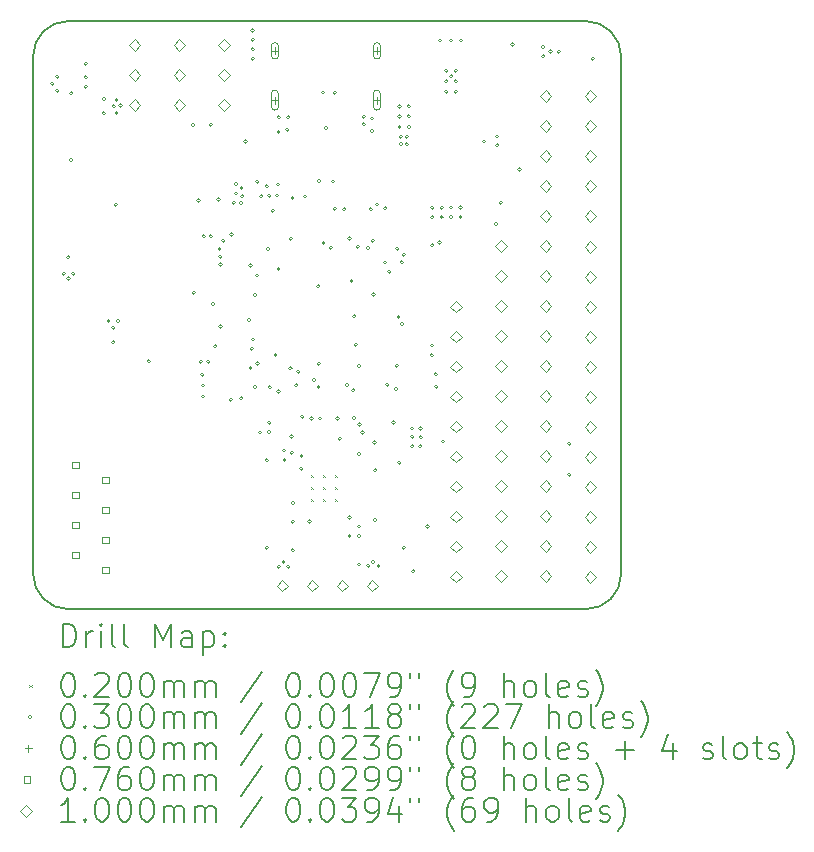
<source format=gbr>
%TF.GenerationSoftware,KiCad,Pcbnew,8.0.7*%
%TF.CreationDate,2025-01-11T17:49:51-05:00*%
%TF.ProjectId,STM32H750VBT6_Minimalistic_Design,53544d33-3248-4373-9530-564254365f4d,rev?*%
%TF.SameCoordinates,Original*%
%TF.FileFunction,Drillmap*%
%TF.FilePolarity,Positive*%
%FSLAX45Y45*%
G04 Gerber Fmt 4.5, Leading zero omitted, Abs format (unit mm)*
G04 Created by KiCad (PCBNEW 8.0.7) date 2025-01-11 17:49:51*
%MOMM*%
%LPD*%
G01*
G04 APERTURE LIST*
%ADD10C,0.200000*%
%ADD11C,0.100000*%
G04 APERTURE END LIST*
D10*
X12060000Y-12940000D02*
G75*
G02*
X11760000Y-12640000I0J300000D01*
G01*
X16740000Y-12640000D02*
G75*
G02*
X16440000Y-12940000I-300000J0D01*
G01*
X11760000Y-8260000D02*
G75*
G02*
X12060000Y-7960000I300000J0D01*
G01*
X16440000Y-7960000D02*
G75*
G02*
X16740000Y-8260000I0J-300000D01*
G01*
X11760000Y-12640000D02*
X11760000Y-8260000D01*
X16440000Y-12940000D02*
X12060000Y-12940000D01*
X16740000Y-8260000D02*
X16740000Y-12640000D01*
X12060000Y-7960000D02*
X16440000Y-7960000D01*
D11*
X14115000Y-11803750D02*
X14135000Y-11823750D01*
X14135000Y-11803750D02*
X14115000Y-11823750D01*
X14115000Y-11903750D02*
X14135000Y-11923750D01*
X14135000Y-11903750D02*
X14115000Y-11923750D01*
X14115000Y-12003750D02*
X14135000Y-12023750D01*
X14135000Y-12003750D02*
X14115000Y-12023750D01*
X14215000Y-11803750D02*
X14235000Y-11823750D01*
X14235000Y-11803750D02*
X14215000Y-11823750D01*
X14215000Y-11903750D02*
X14235000Y-11923750D01*
X14235000Y-11903750D02*
X14215000Y-11923750D01*
X14215000Y-12003750D02*
X14235000Y-12023750D01*
X14235000Y-12003750D02*
X14215000Y-12023750D01*
X14315000Y-11803750D02*
X14335000Y-11823750D01*
X14335000Y-11803750D02*
X14315000Y-11823750D01*
X14315000Y-11903750D02*
X14335000Y-11923750D01*
X14335000Y-11903750D02*
X14315000Y-11923750D01*
X14315000Y-12003750D02*
X14335000Y-12023750D01*
X14335000Y-12003750D02*
X14315000Y-12023750D01*
X11940000Y-8491500D02*
G75*
G02*
X11910000Y-8491500I-15000J0D01*
G01*
X11910000Y-8491500D02*
G75*
G02*
X11940000Y-8491500I15000J0D01*
G01*
X11980000Y-8431500D02*
G75*
G02*
X11950000Y-8431500I-15000J0D01*
G01*
X11950000Y-8431500D02*
G75*
G02*
X11980000Y-8431500I15000J0D01*
G01*
X11980000Y-8551500D02*
G75*
G02*
X11950000Y-8551500I-15000J0D01*
G01*
X11950000Y-8551500D02*
G75*
G02*
X11980000Y-8551500I15000J0D01*
G01*
X12035000Y-10100000D02*
G75*
G02*
X12005000Y-10100000I-15000J0D01*
G01*
X12005000Y-10100000D02*
G75*
G02*
X12035000Y-10100000I15000J0D01*
G01*
X12074000Y-9960000D02*
G75*
G02*
X12044000Y-9960000I-15000J0D01*
G01*
X12044000Y-9960000D02*
G75*
G02*
X12074000Y-9960000I15000J0D01*
G01*
X12075000Y-10140000D02*
G75*
G02*
X12045000Y-10140000I-15000J0D01*
G01*
X12045000Y-10140000D02*
G75*
G02*
X12075000Y-10140000I15000J0D01*
G01*
X12097426Y-9137574D02*
G75*
G02*
X12067426Y-9137574I-15000J0D01*
G01*
X12067426Y-9137574D02*
G75*
G02*
X12097426Y-9137574I15000J0D01*
G01*
X12100000Y-8571500D02*
G75*
G02*
X12070000Y-8571500I-15000J0D01*
G01*
X12070000Y-8571500D02*
G75*
G02*
X12100000Y-8571500I15000J0D01*
G01*
X12115000Y-10100000D02*
G75*
G02*
X12085000Y-10100000I-15000J0D01*
G01*
X12085000Y-10100000D02*
G75*
G02*
X12115000Y-10100000I15000J0D01*
G01*
X12222500Y-8321500D02*
G75*
G02*
X12192500Y-8321500I-15000J0D01*
G01*
X12192500Y-8321500D02*
G75*
G02*
X12222500Y-8321500I15000J0D01*
G01*
X12222500Y-8436500D02*
G75*
G02*
X12192500Y-8436500I-15000J0D01*
G01*
X12192500Y-8436500D02*
G75*
G02*
X12222500Y-8436500I15000J0D01*
G01*
X12222500Y-8516500D02*
G75*
G02*
X12192500Y-8516500I-15000J0D01*
G01*
X12192500Y-8516500D02*
G75*
G02*
X12222500Y-8516500I15000J0D01*
G01*
X12375000Y-8620000D02*
G75*
G02*
X12345000Y-8620000I-15000J0D01*
G01*
X12345000Y-8620000D02*
G75*
G02*
X12375000Y-8620000I15000J0D01*
G01*
X12375000Y-8740000D02*
G75*
G02*
X12345000Y-8740000I-15000J0D01*
G01*
X12345000Y-8740000D02*
G75*
G02*
X12375000Y-8740000I15000J0D01*
G01*
X12415000Y-10500000D02*
G75*
G02*
X12385000Y-10500000I-15000J0D01*
G01*
X12385000Y-10500000D02*
G75*
G02*
X12415000Y-10500000I15000J0D01*
G01*
X12455000Y-10557500D02*
G75*
G02*
X12425000Y-10557500I-15000J0D01*
G01*
X12425000Y-10557500D02*
G75*
G02*
X12455000Y-10557500I15000J0D01*
G01*
X12455000Y-10680000D02*
G75*
G02*
X12425000Y-10680000I-15000J0D01*
G01*
X12425000Y-10680000D02*
G75*
G02*
X12455000Y-10680000I15000J0D01*
G01*
X12460000Y-8682500D02*
G75*
G02*
X12430000Y-8682500I-15000J0D01*
G01*
X12430000Y-8682500D02*
G75*
G02*
X12460000Y-8682500I15000J0D01*
G01*
X12474926Y-9515074D02*
G75*
G02*
X12444926Y-9515074I-15000J0D01*
G01*
X12444926Y-9515074D02*
G75*
G02*
X12474926Y-9515074I15000J0D01*
G01*
X12482500Y-8627500D02*
G75*
G02*
X12452500Y-8627500I-15000J0D01*
G01*
X12452500Y-8627500D02*
G75*
G02*
X12482500Y-8627500I15000J0D01*
G01*
X12482500Y-8737500D02*
G75*
G02*
X12452500Y-8737500I-15000J0D01*
G01*
X12452500Y-8737500D02*
G75*
G02*
X12482500Y-8737500I15000J0D01*
G01*
X12495000Y-10500000D02*
G75*
G02*
X12465000Y-10500000I-15000J0D01*
G01*
X12465000Y-10500000D02*
G75*
G02*
X12495000Y-10500000I15000J0D01*
G01*
X12517500Y-8675000D02*
G75*
G02*
X12487500Y-8675000I-15000J0D01*
G01*
X12487500Y-8675000D02*
G75*
G02*
X12517500Y-8675000I15000J0D01*
G01*
X12755000Y-10840000D02*
G75*
G02*
X12725000Y-10840000I-15000J0D01*
G01*
X12725000Y-10840000D02*
G75*
G02*
X12755000Y-10840000I15000J0D01*
G01*
X13130000Y-8840000D02*
G75*
G02*
X13100000Y-8840000I-15000J0D01*
G01*
X13100000Y-8840000D02*
G75*
G02*
X13130000Y-8840000I15000J0D01*
G01*
X13135000Y-10260000D02*
G75*
G02*
X13105000Y-10260000I-15000J0D01*
G01*
X13105000Y-10260000D02*
G75*
G02*
X13135000Y-10260000I15000J0D01*
G01*
X13175000Y-9480000D02*
G75*
G02*
X13145000Y-9480000I-15000J0D01*
G01*
X13145000Y-9480000D02*
G75*
G02*
X13175000Y-9480000I15000J0D01*
G01*
X13195000Y-10845000D02*
G75*
G02*
X13165000Y-10845000I-15000J0D01*
G01*
X13165000Y-10845000D02*
G75*
G02*
X13195000Y-10845000I15000J0D01*
G01*
X13210000Y-10955000D02*
G75*
G02*
X13180000Y-10955000I-15000J0D01*
G01*
X13180000Y-10955000D02*
G75*
G02*
X13210000Y-10955000I15000J0D01*
G01*
X13214948Y-11045000D02*
G75*
G02*
X13184948Y-11045000I-15000J0D01*
G01*
X13184948Y-11045000D02*
G75*
G02*
X13214948Y-11045000I15000J0D01*
G01*
X13215000Y-11140000D02*
G75*
G02*
X13185000Y-11140000I-15000J0D01*
G01*
X13185000Y-11140000D02*
G75*
G02*
X13215000Y-11140000I15000J0D01*
G01*
X13220000Y-9782500D02*
G75*
G02*
X13190000Y-9782500I-15000J0D01*
G01*
X13190000Y-9782500D02*
G75*
G02*
X13220000Y-9782500I15000J0D01*
G01*
X13257500Y-10845000D02*
G75*
G02*
X13227500Y-10845000I-15000J0D01*
G01*
X13227500Y-10845000D02*
G75*
G02*
X13257500Y-10845000I15000J0D01*
G01*
X13280000Y-8840000D02*
G75*
G02*
X13250000Y-8840000I-15000J0D01*
G01*
X13250000Y-8840000D02*
G75*
G02*
X13280000Y-8840000I15000J0D01*
G01*
X13280895Y-9783395D02*
G75*
G02*
X13250895Y-9783395I-15000J0D01*
G01*
X13250895Y-9783395D02*
G75*
G02*
X13280895Y-9783395I15000J0D01*
G01*
X13300000Y-10355000D02*
G75*
G02*
X13270000Y-10355000I-15000J0D01*
G01*
X13270000Y-10355000D02*
G75*
G02*
X13300000Y-10355000I15000J0D01*
G01*
X13317500Y-10712500D02*
G75*
G02*
X13287500Y-10712500I-15000J0D01*
G01*
X13287500Y-10712500D02*
G75*
G02*
X13317500Y-10712500I15000J0D01*
G01*
X13344948Y-9470052D02*
G75*
G02*
X13314948Y-9470052I-15000J0D01*
G01*
X13314948Y-9470052D02*
G75*
G02*
X13344948Y-9470052I15000J0D01*
G01*
X13355000Y-9890000D02*
G75*
G02*
X13325000Y-9890000I-15000J0D01*
G01*
X13325000Y-9890000D02*
G75*
G02*
X13355000Y-9890000I15000J0D01*
G01*
X13360000Y-9955000D02*
G75*
G02*
X13330000Y-9955000I-15000J0D01*
G01*
X13330000Y-9955000D02*
G75*
G02*
X13360000Y-9955000I15000J0D01*
G01*
X13362500Y-10022500D02*
G75*
G02*
X13332500Y-10022500I-15000J0D01*
G01*
X13332500Y-10022500D02*
G75*
G02*
X13362500Y-10022500I15000J0D01*
G01*
X13362500Y-10547500D02*
G75*
G02*
X13332500Y-10547500I-15000J0D01*
G01*
X13332500Y-10547500D02*
G75*
G02*
X13362500Y-10547500I15000J0D01*
G01*
X13387500Y-9820000D02*
G75*
G02*
X13357500Y-9820000I-15000J0D01*
G01*
X13357500Y-9820000D02*
G75*
G02*
X13387500Y-9820000I15000J0D01*
G01*
X13450000Y-11165000D02*
G75*
G02*
X13420000Y-11165000I-15000J0D01*
G01*
X13420000Y-11165000D02*
G75*
G02*
X13450000Y-11165000I15000J0D01*
G01*
X13455000Y-9767500D02*
G75*
G02*
X13425000Y-9767500I-15000J0D01*
G01*
X13425000Y-9767500D02*
G75*
G02*
X13455000Y-9767500I15000J0D01*
G01*
X13475000Y-9500000D02*
G75*
G02*
X13445000Y-9500000I-15000J0D01*
G01*
X13445000Y-9500000D02*
G75*
G02*
X13475000Y-9500000I15000J0D01*
G01*
X13495000Y-9340000D02*
G75*
G02*
X13465000Y-9340000I-15000J0D01*
G01*
X13465000Y-9340000D02*
G75*
G02*
X13495000Y-9340000I15000J0D01*
G01*
X13495000Y-9420000D02*
G75*
G02*
X13465000Y-9420000I-15000J0D01*
G01*
X13465000Y-9420000D02*
G75*
G02*
X13495000Y-9420000I15000J0D01*
G01*
X13535000Y-9500000D02*
G75*
G02*
X13505000Y-9500000I-15000J0D01*
G01*
X13505000Y-9500000D02*
G75*
G02*
X13535000Y-9500000I15000J0D01*
G01*
X13537500Y-11155000D02*
G75*
G02*
X13507500Y-11155000I-15000J0D01*
G01*
X13507500Y-11155000D02*
G75*
G02*
X13537500Y-11155000I15000J0D01*
G01*
X13540000Y-9372500D02*
G75*
G02*
X13510000Y-9372500I-15000J0D01*
G01*
X13510000Y-9372500D02*
G75*
G02*
X13540000Y-9372500I15000J0D01*
G01*
X13547500Y-9442500D02*
G75*
G02*
X13517500Y-9442500I-15000J0D01*
G01*
X13517500Y-9442500D02*
G75*
G02*
X13547500Y-9442500I15000J0D01*
G01*
X13575000Y-8980000D02*
G75*
G02*
X13545000Y-8980000I-15000J0D01*
G01*
X13545000Y-8980000D02*
G75*
G02*
X13575000Y-8980000I15000J0D01*
G01*
X13605000Y-10490000D02*
G75*
G02*
X13575000Y-10490000I-15000J0D01*
G01*
X13575000Y-10490000D02*
G75*
G02*
X13605000Y-10490000I15000J0D01*
G01*
X13615000Y-10030000D02*
G75*
G02*
X13585000Y-10030000I-15000J0D01*
G01*
X13585000Y-10030000D02*
G75*
G02*
X13615000Y-10030000I15000J0D01*
G01*
X13617500Y-10897500D02*
G75*
G02*
X13587500Y-10897500I-15000J0D01*
G01*
X13587500Y-10897500D02*
G75*
G02*
X13617500Y-10897500I15000J0D01*
G01*
X13627500Y-10735000D02*
G75*
G02*
X13597500Y-10735000I-15000J0D01*
G01*
X13597500Y-10735000D02*
G75*
G02*
X13627500Y-10735000I15000J0D01*
G01*
X13635000Y-8040000D02*
G75*
G02*
X13605000Y-8040000I-15000J0D01*
G01*
X13605000Y-8040000D02*
G75*
G02*
X13635000Y-8040000I15000J0D01*
G01*
X13635000Y-8120000D02*
G75*
G02*
X13605000Y-8120000I-15000J0D01*
G01*
X13605000Y-8120000D02*
G75*
G02*
X13635000Y-8120000I15000J0D01*
G01*
X13635000Y-8200000D02*
G75*
G02*
X13605000Y-8200000I-15000J0D01*
G01*
X13605000Y-8200000D02*
G75*
G02*
X13635000Y-8200000I15000J0D01*
G01*
X13635000Y-8280000D02*
G75*
G02*
X13605000Y-8280000I-15000J0D01*
G01*
X13605000Y-8280000D02*
G75*
G02*
X13635000Y-8280000I15000J0D01*
G01*
X13637500Y-10655000D02*
G75*
G02*
X13607500Y-10655000I-15000J0D01*
G01*
X13607500Y-10655000D02*
G75*
G02*
X13637500Y-10655000I15000J0D01*
G01*
X13655000Y-10280000D02*
G75*
G02*
X13625000Y-10280000I-15000J0D01*
G01*
X13625000Y-10280000D02*
G75*
G02*
X13655000Y-10280000I15000J0D01*
G01*
X13655000Y-11060000D02*
G75*
G02*
X13625000Y-11060000I-15000J0D01*
G01*
X13625000Y-11060000D02*
G75*
G02*
X13655000Y-11060000I15000J0D01*
G01*
X13671843Y-10113585D02*
G75*
G02*
X13641843Y-10113585I-15000J0D01*
G01*
X13641843Y-10113585D02*
G75*
G02*
X13671843Y-10113585I15000J0D01*
G01*
X13675000Y-9320000D02*
G75*
G02*
X13645000Y-9320000I-15000J0D01*
G01*
X13645000Y-9320000D02*
G75*
G02*
X13675000Y-9320000I15000J0D01*
G01*
X13675000Y-10860000D02*
G75*
G02*
X13645000Y-10860000I-15000J0D01*
G01*
X13645000Y-10860000D02*
G75*
G02*
X13675000Y-10860000I15000J0D01*
G01*
X13697500Y-11442500D02*
G75*
G02*
X13667500Y-11442500I-15000J0D01*
G01*
X13667500Y-11442500D02*
G75*
G02*
X13697500Y-11442500I15000J0D01*
G01*
X13707500Y-9442500D02*
G75*
G02*
X13677500Y-9442500I-15000J0D01*
G01*
X13677500Y-9442500D02*
G75*
G02*
X13707500Y-9442500I15000J0D01*
G01*
X13755000Y-9360000D02*
G75*
G02*
X13725000Y-9360000I-15000J0D01*
G01*
X13725000Y-9360000D02*
G75*
G02*
X13755000Y-9360000I15000J0D01*
G01*
X13755000Y-11680000D02*
G75*
G02*
X13725000Y-11680000I-15000J0D01*
G01*
X13725000Y-11680000D02*
G75*
G02*
X13755000Y-11680000I15000J0D01*
G01*
X13755000Y-12420000D02*
G75*
G02*
X13725000Y-12420000I-15000J0D01*
G01*
X13725000Y-12420000D02*
G75*
G02*
X13755000Y-12420000I15000J0D01*
G01*
X13765000Y-9890000D02*
G75*
G02*
X13735000Y-9890000I-15000J0D01*
G01*
X13735000Y-9890000D02*
G75*
G02*
X13765000Y-9890000I15000J0D01*
G01*
X13775000Y-9440000D02*
G75*
G02*
X13745000Y-9440000I-15000J0D01*
G01*
X13745000Y-9440000D02*
G75*
G02*
X13775000Y-9440000I15000J0D01*
G01*
X13775000Y-11361367D02*
G75*
G02*
X13745000Y-11361367I-15000J0D01*
G01*
X13745000Y-11361367D02*
G75*
G02*
X13775000Y-11361367I15000J0D01*
G01*
X13775000Y-11440000D02*
G75*
G02*
X13745000Y-11440000I-15000J0D01*
G01*
X13745000Y-11440000D02*
G75*
G02*
X13775000Y-11440000I15000J0D01*
G01*
X13780000Y-11060000D02*
G75*
G02*
X13750000Y-11060000I-15000J0D01*
G01*
X13750000Y-11060000D02*
G75*
G02*
X13780000Y-11060000I15000J0D01*
G01*
X13805000Y-9567500D02*
G75*
G02*
X13775000Y-9567500I-15000J0D01*
G01*
X13775000Y-9567500D02*
G75*
G02*
X13805000Y-9567500I15000J0D01*
G01*
X13827374Y-10787521D02*
G75*
G02*
X13797374Y-10787521I-15000J0D01*
G01*
X13797374Y-10787521D02*
G75*
G02*
X13827374Y-10787521I15000J0D01*
G01*
X13840000Y-9437500D02*
G75*
G02*
X13810000Y-9437500I-15000J0D01*
G01*
X13810000Y-9437500D02*
G75*
G02*
X13840000Y-9437500I15000J0D01*
G01*
X13850000Y-9345000D02*
G75*
G02*
X13820000Y-9345000I-15000J0D01*
G01*
X13820000Y-9345000D02*
G75*
G02*
X13850000Y-9345000I15000J0D01*
G01*
X13855000Y-8775000D02*
G75*
G02*
X13825000Y-8775000I-15000J0D01*
G01*
X13825000Y-8775000D02*
G75*
G02*
X13855000Y-8775000I15000J0D01*
G01*
X13855000Y-8900000D02*
G75*
G02*
X13825000Y-8900000I-15000J0D01*
G01*
X13825000Y-8900000D02*
G75*
G02*
X13855000Y-8900000I15000J0D01*
G01*
X13855000Y-10060000D02*
G75*
G02*
X13825000Y-10060000I-15000J0D01*
G01*
X13825000Y-10060000D02*
G75*
G02*
X13855000Y-10060000I15000J0D01*
G01*
X13855000Y-11097500D02*
G75*
G02*
X13825000Y-11097500I-15000J0D01*
G01*
X13825000Y-11097500D02*
G75*
G02*
X13855000Y-11097500I15000J0D01*
G01*
X13855000Y-12580000D02*
G75*
G02*
X13825000Y-12580000I-15000J0D01*
G01*
X13825000Y-12580000D02*
G75*
G02*
X13855000Y-12580000I15000J0D01*
G01*
X13895000Y-12540000D02*
G75*
G02*
X13865000Y-12540000I-15000J0D01*
G01*
X13865000Y-12540000D02*
G75*
G02*
X13895000Y-12540000I15000J0D01*
G01*
X13900000Y-11595000D02*
G75*
G02*
X13870000Y-11595000I-15000J0D01*
G01*
X13870000Y-11595000D02*
G75*
G02*
X13900000Y-11595000I15000J0D01*
G01*
X13905000Y-11677500D02*
G75*
G02*
X13875000Y-11677500I-15000J0D01*
G01*
X13875000Y-11677500D02*
G75*
G02*
X13905000Y-11677500I15000J0D01*
G01*
X13927000Y-8880000D02*
G75*
G02*
X13897000Y-8880000I-15000J0D01*
G01*
X13897000Y-8880000D02*
G75*
G02*
X13927000Y-8880000I15000J0D01*
G01*
X13935000Y-8775000D02*
G75*
G02*
X13905000Y-8775000I-15000J0D01*
G01*
X13905000Y-8775000D02*
G75*
G02*
X13935000Y-8775000I15000J0D01*
G01*
X13935000Y-12580000D02*
G75*
G02*
X13905000Y-12580000I-15000J0D01*
G01*
X13905000Y-12580000D02*
G75*
G02*
X13935000Y-12580000I15000J0D01*
G01*
X13955000Y-10900000D02*
G75*
G02*
X13925000Y-10900000I-15000J0D01*
G01*
X13925000Y-10900000D02*
G75*
G02*
X13955000Y-10900000I15000J0D01*
G01*
X13957500Y-9802500D02*
G75*
G02*
X13927500Y-9802500I-15000J0D01*
G01*
X13927500Y-9802500D02*
G75*
G02*
X13957500Y-9802500I15000J0D01*
G01*
X13965000Y-11477500D02*
G75*
G02*
X13935000Y-11477500I-15000J0D01*
G01*
X13935000Y-11477500D02*
G75*
G02*
X13965000Y-11477500I15000J0D01*
G01*
X13965000Y-11615000D02*
G75*
G02*
X13935000Y-11615000I-15000J0D01*
G01*
X13935000Y-11615000D02*
G75*
G02*
X13965000Y-11615000I15000J0D01*
G01*
X13972500Y-9457500D02*
G75*
G02*
X13942500Y-9457500I-15000J0D01*
G01*
X13942500Y-9457500D02*
G75*
G02*
X13972500Y-9457500I15000J0D01*
G01*
X13975000Y-12040000D02*
G75*
G02*
X13945000Y-12040000I-15000J0D01*
G01*
X13945000Y-12040000D02*
G75*
G02*
X13975000Y-12040000I15000J0D01*
G01*
X13975000Y-12200000D02*
G75*
G02*
X13945000Y-12200000I-15000J0D01*
G01*
X13945000Y-12200000D02*
G75*
G02*
X13975000Y-12200000I15000J0D01*
G01*
X13975000Y-12440000D02*
G75*
G02*
X13945000Y-12440000I-15000J0D01*
G01*
X13945000Y-12440000D02*
G75*
G02*
X13975000Y-12440000I15000J0D01*
G01*
X14005000Y-11042500D02*
G75*
G02*
X13975000Y-11042500I-15000J0D01*
G01*
X13975000Y-11042500D02*
G75*
G02*
X14005000Y-11042500I15000J0D01*
G01*
X14021250Y-10928750D02*
G75*
G02*
X13991250Y-10928750I-15000J0D01*
G01*
X13991250Y-10928750D02*
G75*
G02*
X14021250Y-10928750I15000J0D01*
G01*
X14045000Y-11750000D02*
G75*
G02*
X14015000Y-11750000I-15000J0D01*
G01*
X14015000Y-11750000D02*
G75*
G02*
X14045000Y-11750000I15000J0D01*
G01*
X14050000Y-11642500D02*
G75*
G02*
X14020000Y-11642500I-15000J0D01*
G01*
X14020000Y-11642500D02*
G75*
G02*
X14050000Y-11642500I15000J0D01*
G01*
X14055000Y-11310000D02*
G75*
G02*
X14025000Y-11310000I-15000J0D01*
G01*
X14025000Y-11310000D02*
G75*
G02*
X14055000Y-11310000I15000J0D01*
G01*
X14077500Y-9445000D02*
G75*
G02*
X14047500Y-9445000I-15000J0D01*
G01*
X14047500Y-9445000D02*
G75*
G02*
X14077500Y-9445000I15000J0D01*
G01*
X14115000Y-12197500D02*
G75*
G02*
X14085000Y-12197500I-15000J0D01*
G01*
X14085000Y-12197500D02*
G75*
G02*
X14115000Y-12197500I15000J0D01*
G01*
X14135000Y-11325000D02*
G75*
G02*
X14105000Y-11325000I-15000J0D01*
G01*
X14105000Y-11325000D02*
G75*
G02*
X14135000Y-11325000I15000J0D01*
G01*
X14155000Y-11000000D02*
G75*
G02*
X14125000Y-11000000I-15000J0D01*
G01*
X14125000Y-11000000D02*
G75*
G02*
X14155000Y-11000000I15000J0D01*
G01*
X14190000Y-10207500D02*
G75*
G02*
X14160000Y-10207500I-15000J0D01*
G01*
X14160000Y-10207500D02*
G75*
G02*
X14190000Y-10207500I15000J0D01*
G01*
X14192500Y-11060000D02*
G75*
G02*
X14162500Y-11060000I-15000J0D01*
G01*
X14162500Y-11060000D02*
G75*
G02*
X14192500Y-11060000I15000J0D01*
G01*
X14195000Y-9315000D02*
G75*
G02*
X14165000Y-9315000I-15000J0D01*
G01*
X14165000Y-9315000D02*
G75*
G02*
X14195000Y-9315000I15000J0D01*
G01*
X14195000Y-10860000D02*
G75*
G02*
X14165000Y-10860000I-15000J0D01*
G01*
X14165000Y-10860000D02*
G75*
G02*
X14195000Y-10860000I15000J0D01*
G01*
X14205000Y-11325000D02*
G75*
G02*
X14175000Y-11325000I-15000J0D01*
G01*
X14175000Y-11325000D02*
G75*
G02*
X14205000Y-11325000I15000J0D01*
G01*
X14230000Y-8565000D02*
G75*
G02*
X14200000Y-8565000I-15000J0D01*
G01*
X14200000Y-8565000D02*
G75*
G02*
X14230000Y-8565000I15000J0D01*
G01*
X14235000Y-9840000D02*
G75*
G02*
X14205000Y-9840000I-15000J0D01*
G01*
X14205000Y-9840000D02*
G75*
G02*
X14235000Y-9840000I15000J0D01*
G01*
X14255000Y-8865000D02*
G75*
G02*
X14225000Y-8865000I-15000J0D01*
G01*
X14225000Y-8865000D02*
G75*
G02*
X14255000Y-8865000I15000J0D01*
G01*
X14295000Y-9880000D02*
G75*
G02*
X14265000Y-9880000I-15000J0D01*
G01*
X14265000Y-9880000D02*
G75*
G02*
X14295000Y-9880000I15000J0D01*
G01*
X14315000Y-9317500D02*
G75*
G02*
X14285000Y-9317500I-15000J0D01*
G01*
X14285000Y-9317500D02*
G75*
G02*
X14315000Y-9317500I15000J0D01*
G01*
X14330000Y-8567500D02*
G75*
G02*
X14300000Y-8567500I-15000J0D01*
G01*
X14300000Y-8567500D02*
G75*
G02*
X14330000Y-8567500I15000J0D01*
G01*
X14330000Y-9550000D02*
G75*
G02*
X14300000Y-9550000I-15000J0D01*
G01*
X14300000Y-9550000D02*
G75*
G02*
X14330000Y-9550000I15000J0D01*
G01*
X14355000Y-11325000D02*
G75*
G02*
X14325000Y-11325000I-15000J0D01*
G01*
X14325000Y-11325000D02*
G75*
G02*
X14355000Y-11325000I15000J0D01*
G01*
X14372500Y-11495000D02*
G75*
G02*
X14342500Y-11495000I-15000J0D01*
G01*
X14342500Y-11495000D02*
G75*
G02*
X14372500Y-11495000I15000J0D01*
G01*
X14410000Y-9552500D02*
G75*
G02*
X14380000Y-9552500I-15000J0D01*
G01*
X14380000Y-9552500D02*
G75*
G02*
X14410000Y-9552500I15000J0D01*
G01*
X14435000Y-11042500D02*
G75*
G02*
X14405000Y-11042500I-15000J0D01*
G01*
X14405000Y-11042500D02*
G75*
G02*
X14435000Y-11042500I15000J0D01*
G01*
X14455000Y-9802500D02*
G75*
G02*
X14425000Y-9802500I-15000J0D01*
G01*
X14425000Y-9802500D02*
G75*
G02*
X14455000Y-9802500I15000J0D01*
G01*
X14455000Y-12162500D02*
G75*
G02*
X14425000Y-12162500I-15000J0D01*
G01*
X14425000Y-12162500D02*
G75*
G02*
X14455000Y-12162500I15000J0D01*
G01*
X14455000Y-12320000D02*
G75*
G02*
X14425000Y-12320000I-15000J0D01*
G01*
X14425000Y-12320000D02*
G75*
G02*
X14455000Y-12320000I15000J0D01*
G01*
X14472500Y-10160000D02*
G75*
G02*
X14442500Y-10160000I-15000J0D01*
G01*
X14442500Y-10160000D02*
G75*
G02*
X14472500Y-10160000I15000J0D01*
G01*
X14487500Y-11085000D02*
G75*
G02*
X14457500Y-11085000I-15000J0D01*
G01*
X14457500Y-11085000D02*
G75*
G02*
X14487500Y-11085000I15000J0D01*
G01*
X14493397Y-11321932D02*
G75*
G02*
X14463397Y-11321932I-15000J0D01*
G01*
X14463397Y-11321932D02*
G75*
G02*
X14493397Y-11321932I15000J0D01*
G01*
X14495000Y-10460000D02*
G75*
G02*
X14465000Y-10460000I-15000J0D01*
G01*
X14465000Y-10460000D02*
G75*
G02*
X14495000Y-10460000I15000J0D01*
G01*
X14507500Y-10700000D02*
G75*
G02*
X14477500Y-10700000I-15000J0D01*
G01*
X14477500Y-10700000D02*
G75*
G02*
X14507500Y-10700000I15000J0D01*
G01*
X14525000Y-9870000D02*
G75*
G02*
X14495000Y-9870000I-15000J0D01*
G01*
X14495000Y-9870000D02*
G75*
G02*
X14525000Y-9870000I15000J0D01*
G01*
X14534948Y-12559948D02*
G75*
G02*
X14504948Y-12559948I-15000J0D01*
G01*
X14504948Y-12559948D02*
G75*
G02*
X14534948Y-12559948I15000J0D01*
G01*
X14535000Y-10880000D02*
G75*
G02*
X14505000Y-10880000I-15000J0D01*
G01*
X14505000Y-10880000D02*
G75*
G02*
X14535000Y-10880000I15000J0D01*
G01*
X14535000Y-11627500D02*
G75*
G02*
X14505000Y-11627500I-15000J0D01*
G01*
X14505000Y-11627500D02*
G75*
G02*
X14535000Y-11627500I15000J0D01*
G01*
X14535000Y-12240000D02*
G75*
G02*
X14505000Y-12240000I-15000J0D01*
G01*
X14505000Y-12240000D02*
G75*
G02*
X14535000Y-12240000I15000J0D01*
G01*
X14535000Y-12320000D02*
G75*
G02*
X14505000Y-12320000I-15000J0D01*
G01*
X14505000Y-12320000D02*
G75*
G02*
X14535000Y-12320000I15000J0D01*
G01*
X14538750Y-11376250D02*
G75*
G02*
X14508750Y-11376250I-15000J0D01*
G01*
X14508750Y-11376250D02*
G75*
G02*
X14538750Y-11376250I15000J0D01*
G01*
X14565000Y-11441789D02*
G75*
G02*
X14535000Y-11441789I-15000J0D01*
G01*
X14535000Y-11441789D02*
G75*
G02*
X14565000Y-11441789I15000J0D01*
G01*
X14575000Y-8770000D02*
G75*
G02*
X14545000Y-8770000I-15000J0D01*
G01*
X14545000Y-8770000D02*
G75*
G02*
X14575000Y-8770000I15000J0D01*
G01*
X14575000Y-8832500D02*
G75*
G02*
X14545000Y-8832500I-15000J0D01*
G01*
X14545000Y-8832500D02*
G75*
G02*
X14575000Y-8832500I15000J0D01*
G01*
X14610990Y-9883295D02*
G75*
G02*
X14580990Y-9883295I-15000J0D01*
G01*
X14580990Y-9883295D02*
G75*
G02*
X14610990Y-9883295I15000J0D01*
G01*
X14612500Y-12572500D02*
G75*
G02*
X14582500Y-12572500I-15000J0D01*
G01*
X14582500Y-12572500D02*
G75*
G02*
X14612500Y-12572500I15000J0D01*
G01*
X14635000Y-9552500D02*
G75*
G02*
X14605000Y-9552500I-15000J0D01*
G01*
X14605000Y-9552500D02*
G75*
G02*
X14635000Y-9552500I15000J0D01*
G01*
X14645000Y-8785000D02*
G75*
G02*
X14615000Y-8785000I-15000J0D01*
G01*
X14615000Y-8785000D02*
G75*
G02*
X14645000Y-8785000I15000J0D01*
G01*
X14645000Y-8892500D02*
G75*
G02*
X14615000Y-8892500I-15000J0D01*
G01*
X14615000Y-8892500D02*
G75*
G02*
X14645000Y-8892500I15000J0D01*
G01*
X14652239Y-12540000D02*
G75*
G02*
X14622239Y-12540000I-15000J0D01*
G01*
X14622239Y-12540000D02*
G75*
G02*
X14652239Y-12540000I15000J0D01*
G01*
X14652500Y-9820000D02*
G75*
G02*
X14622500Y-9820000I-15000J0D01*
G01*
X14622500Y-9820000D02*
G75*
G02*
X14652500Y-9820000I15000J0D01*
G01*
X14660000Y-10275000D02*
G75*
G02*
X14630000Y-10275000I-15000J0D01*
G01*
X14630000Y-10275000D02*
G75*
G02*
X14660000Y-10275000I15000J0D01*
G01*
X14667500Y-11527500D02*
G75*
G02*
X14637500Y-11527500I-15000J0D01*
G01*
X14637500Y-11527500D02*
G75*
G02*
X14667500Y-11527500I15000J0D01*
G01*
X14672500Y-12185000D02*
G75*
G02*
X14642500Y-12185000I-15000J0D01*
G01*
X14642500Y-12185000D02*
G75*
G02*
X14672500Y-12185000I15000J0D01*
G01*
X14672500Y-11765000D02*
G75*
G02*
X14642500Y-11765000I-15000J0D01*
G01*
X14642500Y-11765000D02*
G75*
G02*
X14672500Y-11765000I15000J0D01*
G01*
X14687000Y-9513500D02*
G75*
G02*
X14657000Y-9513500I-15000J0D01*
G01*
X14657000Y-9513500D02*
G75*
G02*
X14687000Y-9513500I15000J0D01*
G01*
X14700000Y-12575000D02*
G75*
G02*
X14670000Y-12575000I-15000J0D01*
G01*
X14670000Y-12575000D02*
G75*
G02*
X14700000Y-12575000I15000J0D01*
G01*
X14755000Y-10005711D02*
G75*
G02*
X14725000Y-10005711I-15000J0D01*
G01*
X14725000Y-10005711D02*
G75*
G02*
X14755000Y-10005711I15000J0D01*
G01*
X14757500Y-9545000D02*
G75*
G02*
X14727500Y-9545000I-15000J0D01*
G01*
X14727500Y-9545000D02*
G75*
G02*
X14757500Y-9545000I15000J0D01*
G01*
X14775000Y-11040000D02*
G75*
G02*
X14745000Y-11040000I-15000J0D01*
G01*
X14745000Y-11040000D02*
G75*
G02*
X14775000Y-11040000I15000J0D01*
G01*
X14789530Y-10082500D02*
G75*
G02*
X14759530Y-10082500I-15000J0D01*
G01*
X14759530Y-10082500D02*
G75*
G02*
X14789530Y-10082500I15000J0D01*
G01*
X14827500Y-11360000D02*
G75*
G02*
X14797500Y-11360000I-15000J0D01*
G01*
X14797500Y-11360000D02*
G75*
G02*
X14827500Y-11360000I15000J0D01*
G01*
X14847500Y-11075000D02*
G75*
G02*
X14817500Y-11075000I-15000J0D01*
G01*
X14817500Y-11075000D02*
G75*
G02*
X14847500Y-11075000I15000J0D01*
G01*
X14855000Y-10880000D02*
G75*
G02*
X14825000Y-10880000I-15000J0D01*
G01*
X14825000Y-10880000D02*
G75*
G02*
X14855000Y-10880000I15000J0D01*
G01*
X14860000Y-9887500D02*
G75*
G02*
X14830000Y-9887500I-15000J0D01*
G01*
X14830000Y-9887500D02*
G75*
G02*
X14860000Y-9887500I15000J0D01*
G01*
X14870000Y-10465000D02*
G75*
G02*
X14840000Y-10465000I-15000J0D01*
G01*
X14840000Y-10465000D02*
G75*
G02*
X14870000Y-10465000I15000J0D01*
G01*
X14875000Y-11700000D02*
G75*
G02*
X14845000Y-11700000I-15000J0D01*
G01*
X14845000Y-11700000D02*
G75*
G02*
X14875000Y-11700000I15000J0D01*
G01*
X14877500Y-8682500D02*
G75*
G02*
X14847500Y-8682500I-15000J0D01*
G01*
X14847500Y-8682500D02*
G75*
G02*
X14877500Y-8682500I15000J0D01*
G01*
X14877500Y-8767500D02*
G75*
G02*
X14847500Y-8767500I-15000J0D01*
G01*
X14847500Y-8767500D02*
G75*
G02*
X14877500Y-8767500I15000J0D01*
G01*
X14877500Y-8857500D02*
G75*
G02*
X14847500Y-8857500I-15000J0D01*
G01*
X14847500Y-8857500D02*
G75*
G02*
X14877500Y-8857500I15000J0D01*
G01*
X14890000Y-8940000D02*
G75*
G02*
X14860000Y-8940000I-15000J0D01*
G01*
X14860000Y-8940000D02*
G75*
G02*
X14890000Y-8940000I15000J0D01*
G01*
X14890000Y-9002500D02*
G75*
G02*
X14860000Y-9002500I-15000J0D01*
G01*
X14860000Y-9002500D02*
G75*
G02*
X14890000Y-9002500I15000J0D01*
G01*
X14896800Y-10002400D02*
G75*
G02*
X14866800Y-10002400I-15000J0D01*
G01*
X14866800Y-10002400D02*
G75*
G02*
X14896800Y-10002400I15000J0D01*
G01*
X14900000Y-10525000D02*
G75*
G02*
X14870000Y-10525000I-15000J0D01*
G01*
X14870000Y-10525000D02*
G75*
G02*
X14900000Y-10525000I15000J0D01*
G01*
X14915000Y-9940000D02*
G75*
G02*
X14885000Y-9940000I-15000J0D01*
G01*
X14885000Y-9940000D02*
G75*
G02*
X14915000Y-9940000I15000J0D01*
G01*
X14915000Y-12420000D02*
G75*
G02*
X14885000Y-12420000I-15000J0D01*
G01*
X14885000Y-12420000D02*
G75*
G02*
X14915000Y-12420000I15000J0D01*
G01*
X14940000Y-8940000D02*
G75*
G02*
X14910000Y-8940000I-15000J0D01*
G01*
X14910000Y-8940000D02*
G75*
G02*
X14940000Y-8940000I15000J0D01*
G01*
X14940000Y-9002500D02*
G75*
G02*
X14910000Y-9002500I-15000J0D01*
G01*
X14910000Y-9002500D02*
G75*
G02*
X14940000Y-9002500I15000J0D01*
G01*
X14957500Y-8682500D02*
G75*
G02*
X14927500Y-8682500I-15000J0D01*
G01*
X14927500Y-8682500D02*
G75*
G02*
X14957500Y-8682500I15000J0D01*
G01*
X14957500Y-8767500D02*
G75*
G02*
X14927500Y-8767500I-15000J0D01*
G01*
X14927500Y-8767500D02*
G75*
G02*
X14957500Y-8767500I15000J0D01*
G01*
X14957500Y-8857500D02*
G75*
G02*
X14927500Y-8857500I-15000J0D01*
G01*
X14927500Y-8857500D02*
G75*
G02*
X14957500Y-8857500I15000J0D01*
G01*
X14985000Y-11410000D02*
G75*
G02*
X14955000Y-11410000I-15000J0D01*
G01*
X14955000Y-11410000D02*
G75*
G02*
X14985000Y-11410000I15000J0D01*
G01*
X14985000Y-11480000D02*
G75*
G02*
X14955000Y-11480000I-15000J0D01*
G01*
X14955000Y-11480000D02*
G75*
G02*
X14985000Y-11480000I15000J0D01*
G01*
X14985000Y-11560000D02*
G75*
G02*
X14955000Y-11560000I-15000J0D01*
G01*
X14955000Y-11560000D02*
G75*
G02*
X14985000Y-11560000I15000J0D01*
G01*
X14995000Y-12620000D02*
G75*
G02*
X14965000Y-12620000I-15000J0D01*
G01*
X14965000Y-12620000D02*
G75*
G02*
X14995000Y-12620000I15000J0D01*
G01*
X15055000Y-11410000D02*
G75*
G02*
X15025000Y-11410000I-15000J0D01*
G01*
X15025000Y-11410000D02*
G75*
G02*
X15055000Y-11410000I15000J0D01*
G01*
X15055000Y-11560000D02*
G75*
G02*
X15025000Y-11560000I-15000J0D01*
G01*
X15025000Y-11560000D02*
G75*
G02*
X15055000Y-11560000I15000J0D01*
G01*
X15057500Y-11482500D02*
G75*
G02*
X15027500Y-11482500I-15000J0D01*
G01*
X15027500Y-11482500D02*
G75*
G02*
X15057500Y-11482500I15000J0D01*
G01*
X15115000Y-12240000D02*
G75*
G02*
X15085000Y-12240000I-15000J0D01*
G01*
X15085000Y-12240000D02*
G75*
G02*
X15115000Y-12240000I15000J0D01*
G01*
X15152500Y-10707500D02*
G75*
G02*
X15122500Y-10707500I-15000J0D01*
G01*
X15122500Y-10707500D02*
G75*
G02*
X15152500Y-10707500I15000J0D01*
G01*
X15152500Y-10790000D02*
G75*
G02*
X15122500Y-10790000I-15000J0D01*
G01*
X15122500Y-10790000D02*
G75*
G02*
X15152500Y-10790000I15000J0D01*
G01*
X15155000Y-9540000D02*
G75*
G02*
X15125000Y-9540000I-15000J0D01*
G01*
X15125000Y-9540000D02*
G75*
G02*
X15155000Y-9540000I15000J0D01*
G01*
X15155000Y-9620000D02*
G75*
G02*
X15125000Y-9620000I-15000J0D01*
G01*
X15125000Y-9620000D02*
G75*
G02*
X15155000Y-9620000I15000J0D01*
G01*
X15155000Y-9860000D02*
G75*
G02*
X15125000Y-9860000I-15000J0D01*
G01*
X15125000Y-9860000D02*
G75*
G02*
X15155000Y-9860000I15000J0D01*
G01*
X15186250Y-10951250D02*
G75*
G02*
X15156250Y-10951250I-15000J0D01*
G01*
X15156250Y-10951250D02*
G75*
G02*
X15186250Y-10951250I15000J0D01*
G01*
X15190000Y-11057500D02*
G75*
G02*
X15160000Y-11057500I-15000J0D01*
G01*
X15160000Y-11057500D02*
G75*
G02*
X15190000Y-11057500I15000J0D01*
G01*
X15215000Y-9835000D02*
G75*
G02*
X15185000Y-9835000I-15000J0D01*
G01*
X15185000Y-9835000D02*
G75*
G02*
X15215000Y-9835000I15000J0D01*
G01*
X15222500Y-8125000D02*
G75*
G02*
X15192500Y-8125000I-15000J0D01*
G01*
X15192500Y-8125000D02*
G75*
G02*
X15222500Y-8125000I15000J0D01*
G01*
X15235000Y-9540000D02*
G75*
G02*
X15205000Y-9540000I-15000J0D01*
G01*
X15205000Y-9540000D02*
G75*
G02*
X15235000Y-9540000I15000J0D01*
G01*
X15235000Y-9620000D02*
G75*
G02*
X15205000Y-9620000I-15000J0D01*
G01*
X15205000Y-9620000D02*
G75*
G02*
X15235000Y-9620000I15000J0D01*
G01*
X15245000Y-11520000D02*
G75*
G02*
X15215000Y-11520000I-15000J0D01*
G01*
X15215000Y-11520000D02*
G75*
G02*
X15245000Y-11520000I15000J0D01*
G01*
X15275000Y-8380000D02*
G75*
G02*
X15245000Y-8380000I-15000J0D01*
G01*
X15245000Y-8380000D02*
G75*
G02*
X15275000Y-8380000I15000J0D01*
G01*
X15275000Y-8470000D02*
G75*
G02*
X15245000Y-8470000I-15000J0D01*
G01*
X15245000Y-8470000D02*
G75*
G02*
X15275000Y-8470000I15000J0D01*
G01*
X15275000Y-8560000D02*
G75*
G02*
X15245000Y-8560000I-15000J0D01*
G01*
X15245000Y-8560000D02*
G75*
G02*
X15275000Y-8560000I15000J0D01*
G01*
X15315000Y-8125000D02*
G75*
G02*
X15285000Y-8125000I-15000J0D01*
G01*
X15285000Y-8125000D02*
G75*
G02*
X15315000Y-8125000I15000J0D01*
G01*
X15315000Y-9540000D02*
G75*
G02*
X15285000Y-9540000I-15000J0D01*
G01*
X15285000Y-9540000D02*
G75*
G02*
X15315000Y-9540000I15000J0D01*
G01*
X15315000Y-9620000D02*
G75*
G02*
X15285000Y-9620000I-15000J0D01*
G01*
X15285000Y-9620000D02*
G75*
G02*
X15315000Y-9620000I15000J0D01*
G01*
X15317500Y-8427500D02*
G75*
G02*
X15287500Y-8427500I-15000J0D01*
G01*
X15287500Y-8427500D02*
G75*
G02*
X15317500Y-8427500I15000J0D01*
G01*
X15355000Y-8380000D02*
G75*
G02*
X15325000Y-8380000I-15000J0D01*
G01*
X15325000Y-8380000D02*
G75*
G02*
X15355000Y-8380000I15000J0D01*
G01*
X15355000Y-8470000D02*
G75*
G02*
X15325000Y-8470000I-15000J0D01*
G01*
X15325000Y-8470000D02*
G75*
G02*
X15355000Y-8470000I15000J0D01*
G01*
X15355000Y-8560000D02*
G75*
G02*
X15325000Y-8560000I-15000J0D01*
G01*
X15325000Y-8560000D02*
G75*
G02*
X15355000Y-8560000I15000J0D01*
G01*
X15395000Y-9540000D02*
G75*
G02*
X15365000Y-9540000I-15000J0D01*
G01*
X15365000Y-9540000D02*
G75*
G02*
X15395000Y-9540000I15000J0D01*
G01*
X15395000Y-9620000D02*
G75*
G02*
X15365000Y-9620000I-15000J0D01*
G01*
X15365000Y-9620000D02*
G75*
G02*
X15395000Y-9620000I15000J0D01*
G01*
X15400000Y-8125000D02*
G75*
G02*
X15370000Y-8125000I-15000J0D01*
G01*
X15370000Y-8125000D02*
G75*
G02*
X15400000Y-8125000I15000J0D01*
G01*
X15592500Y-8980000D02*
G75*
G02*
X15562500Y-8980000I-15000J0D01*
G01*
X15562500Y-8980000D02*
G75*
G02*
X15592500Y-8980000I15000J0D01*
G01*
X15695000Y-9680000D02*
G75*
G02*
X15665000Y-9680000I-15000J0D01*
G01*
X15665000Y-9680000D02*
G75*
G02*
X15695000Y-9680000I15000J0D01*
G01*
X15705000Y-8937500D02*
G75*
G02*
X15675000Y-8937500I-15000J0D01*
G01*
X15675000Y-8937500D02*
G75*
G02*
X15705000Y-8937500I15000J0D01*
G01*
X15705000Y-9012500D02*
G75*
G02*
X15675000Y-9012500I-15000J0D01*
G01*
X15675000Y-9012500D02*
G75*
G02*
X15705000Y-9012500I15000J0D01*
G01*
X15735000Y-9500000D02*
G75*
G02*
X15705000Y-9500000I-15000J0D01*
G01*
X15705000Y-9500000D02*
G75*
G02*
X15735000Y-9500000I15000J0D01*
G01*
X15835000Y-8160000D02*
G75*
G02*
X15805000Y-8160000I-15000J0D01*
G01*
X15805000Y-8160000D02*
G75*
G02*
X15835000Y-8160000I15000J0D01*
G01*
X15895000Y-9217500D02*
G75*
G02*
X15865000Y-9217500I-15000J0D01*
G01*
X15865000Y-9217500D02*
G75*
G02*
X15895000Y-9217500I15000J0D01*
G01*
X16095000Y-8180000D02*
G75*
G02*
X16065000Y-8180000I-15000J0D01*
G01*
X16065000Y-8180000D02*
G75*
G02*
X16095000Y-8180000I15000J0D01*
G01*
X16095000Y-8260000D02*
G75*
G02*
X16065000Y-8260000I-15000J0D01*
G01*
X16065000Y-8260000D02*
G75*
G02*
X16095000Y-8260000I15000J0D01*
G01*
X16155000Y-8217500D02*
G75*
G02*
X16125000Y-8217500I-15000J0D01*
G01*
X16125000Y-8217500D02*
G75*
G02*
X16155000Y-8217500I15000J0D01*
G01*
X16227000Y-8220000D02*
G75*
G02*
X16197000Y-8220000I-15000J0D01*
G01*
X16197000Y-8220000D02*
G75*
G02*
X16227000Y-8220000I15000J0D01*
G01*
X16315000Y-11540000D02*
G75*
G02*
X16285000Y-11540000I-15000J0D01*
G01*
X16285000Y-11540000D02*
G75*
G02*
X16315000Y-11540000I15000J0D01*
G01*
X16315000Y-11800000D02*
G75*
G02*
X16285000Y-11800000I-15000J0D01*
G01*
X16285000Y-11800000D02*
G75*
G02*
X16315000Y-11800000I15000J0D01*
G01*
X16515000Y-8280000D02*
G75*
G02*
X16485000Y-8280000I-15000J0D01*
G01*
X16485000Y-8280000D02*
G75*
G02*
X16515000Y-8280000I15000J0D01*
G01*
X13808000Y-8182000D02*
X13808000Y-8242000D01*
X13778000Y-8212000D02*
X13838000Y-8212000D01*
X13838000Y-8252000D02*
X13838000Y-8172000D01*
X13778000Y-8172000D02*
G75*
G02*
X13838000Y-8172000I30000J0D01*
G01*
X13778000Y-8172000D02*
X13778000Y-8252000D01*
X13778000Y-8252000D02*
G75*
G03*
X13838000Y-8252000I30000J0D01*
G01*
X13808000Y-8600000D02*
X13808000Y-8660000D01*
X13778000Y-8630000D02*
X13838000Y-8630000D01*
X13838000Y-8685000D02*
X13838000Y-8575000D01*
X13778000Y-8575000D02*
G75*
G02*
X13838000Y-8575000I30000J0D01*
G01*
X13778000Y-8575000D02*
X13778000Y-8685000D01*
X13778000Y-8685000D02*
G75*
G03*
X13838000Y-8685000I30000J0D01*
G01*
X14672000Y-8182000D02*
X14672000Y-8242000D01*
X14642000Y-8212000D02*
X14702000Y-8212000D01*
X14702000Y-8252000D02*
X14702000Y-8172000D01*
X14642000Y-8172000D02*
G75*
G02*
X14702000Y-8172000I30000J0D01*
G01*
X14642000Y-8172000D02*
X14642000Y-8252000D01*
X14642000Y-8252000D02*
G75*
G03*
X14702000Y-8252000I30000J0D01*
G01*
X14672000Y-8600000D02*
X14672000Y-8660000D01*
X14642000Y-8630000D02*
X14702000Y-8630000D01*
X14702000Y-8685000D02*
X14702000Y-8575000D01*
X14642000Y-8575000D02*
G75*
G02*
X14702000Y-8575000I30000J0D01*
G01*
X14642000Y-8575000D02*
X14642000Y-8685000D01*
X14642000Y-8685000D02*
G75*
G03*
X14702000Y-8685000I30000J0D01*
G01*
X12146870Y-11744870D02*
X12146870Y-11691130D01*
X12093130Y-11691130D01*
X12093130Y-11744870D01*
X12146870Y-11744870D01*
X12146870Y-11998870D02*
X12146870Y-11945130D01*
X12093130Y-11945130D01*
X12093130Y-11998870D01*
X12146870Y-11998870D01*
X12146870Y-12252870D02*
X12146870Y-12199130D01*
X12093130Y-12199130D01*
X12093130Y-12252870D01*
X12146870Y-12252870D01*
X12146870Y-12506870D02*
X12146870Y-12453130D01*
X12093130Y-12453130D01*
X12093130Y-12506870D01*
X12146870Y-12506870D01*
X12400870Y-11871870D02*
X12400870Y-11818130D01*
X12347130Y-11818130D01*
X12347130Y-11871870D01*
X12400870Y-11871870D01*
X12400870Y-12125870D02*
X12400870Y-12072130D01*
X12347130Y-12072130D01*
X12347130Y-12125870D01*
X12400870Y-12125870D01*
X12400870Y-12379870D02*
X12400870Y-12326130D01*
X12347130Y-12326130D01*
X12347130Y-12379870D01*
X12400870Y-12379870D01*
X12400870Y-12633870D02*
X12400870Y-12580130D01*
X12347130Y-12580130D01*
X12347130Y-12633870D01*
X12400870Y-12633870D01*
X12620000Y-8216000D02*
X12670000Y-8166000D01*
X12620000Y-8116000D01*
X12570000Y-8166000D01*
X12620000Y-8216000D01*
X12620000Y-8470000D02*
X12670000Y-8420000D01*
X12620000Y-8370000D01*
X12570000Y-8420000D01*
X12620000Y-8470000D01*
X12620000Y-8724000D02*
X12670000Y-8674000D01*
X12620000Y-8624000D01*
X12570000Y-8674000D01*
X12620000Y-8724000D01*
X13000000Y-8216000D02*
X13050000Y-8166000D01*
X13000000Y-8116000D01*
X12950000Y-8166000D01*
X13000000Y-8216000D01*
X13000000Y-8470000D02*
X13050000Y-8420000D01*
X13000000Y-8370000D01*
X12950000Y-8420000D01*
X13000000Y-8470000D01*
X13000000Y-8724000D02*
X13050000Y-8674000D01*
X13000000Y-8624000D01*
X12950000Y-8674000D01*
X13000000Y-8724000D01*
X13380000Y-8210000D02*
X13430000Y-8160000D01*
X13380000Y-8110000D01*
X13330000Y-8160000D01*
X13380000Y-8210000D01*
X13380000Y-8464000D02*
X13430000Y-8414000D01*
X13380000Y-8364000D01*
X13330000Y-8414000D01*
X13380000Y-8464000D01*
X13380000Y-8718000D02*
X13430000Y-8668000D01*
X13380000Y-8618000D01*
X13330000Y-8668000D01*
X13380000Y-8718000D01*
X13872000Y-12790000D02*
X13922000Y-12740000D01*
X13872000Y-12690000D01*
X13822000Y-12740000D01*
X13872000Y-12790000D01*
X14126000Y-12790000D02*
X14176000Y-12740000D01*
X14126000Y-12690000D01*
X14076000Y-12740000D01*
X14126000Y-12790000D01*
X14380000Y-12790000D02*
X14430000Y-12740000D01*
X14380000Y-12690000D01*
X14330000Y-12740000D01*
X14380000Y-12790000D01*
X14634000Y-12790000D02*
X14684000Y-12740000D01*
X14634000Y-12690000D01*
X14584000Y-12740000D01*
X14634000Y-12790000D01*
X15340000Y-10427500D02*
X15390000Y-10377500D01*
X15340000Y-10327500D01*
X15290000Y-10377500D01*
X15340000Y-10427500D01*
X15340000Y-10681500D02*
X15390000Y-10631500D01*
X15340000Y-10581500D01*
X15290000Y-10631500D01*
X15340000Y-10681500D01*
X15340000Y-10935500D02*
X15390000Y-10885500D01*
X15340000Y-10835500D01*
X15290000Y-10885500D01*
X15340000Y-10935500D01*
X15340000Y-11189500D02*
X15390000Y-11139500D01*
X15340000Y-11089500D01*
X15290000Y-11139500D01*
X15340000Y-11189500D01*
X15340000Y-11443500D02*
X15390000Y-11393500D01*
X15340000Y-11343500D01*
X15290000Y-11393500D01*
X15340000Y-11443500D01*
X15340000Y-11697500D02*
X15390000Y-11647500D01*
X15340000Y-11597500D01*
X15290000Y-11647500D01*
X15340000Y-11697500D01*
X15340000Y-11951500D02*
X15390000Y-11901500D01*
X15340000Y-11851500D01*
X15290000Y-11901500D01*
X15340000Y-11951500D01*
X15340000Y-12205500D02*
X15390000Y-12155500D01*
X15340000Y-12105500D01*
X15290000Y-12155500D01*
X15340000Y-12205500D01*
X15340000Y-12459500D02*
X15390000Y-12409500D01*
X15340000Y-12359500D01*
X15290000Y-12409500D01*
X15340000Y-12459500D01*
X15340000Y-12713500D02*
X15390000Y-12663500D01*
X15340000Y-12613500D01*
X15290000Y-12663500D01*
X15340000Y-12713500D01*
X15720000Y-9916000D02*
X15770000Y-9866000D01*
X15720000Y-9816000D01*
X15670000Y-9866000D01*
X15720000Y-9916000D01*
X15720000Y-10170000D02*
X15770000Y-10120000D01*
X15720000Y-10070000D01*
X15670000Y-10120000D01*
X15720000Y-10170000D01*
X15720000Y-10424000D02*
X15770000Y-10374000D01*
X15720000Y-10324000D01*
X15670000Y-10374000D01*
X15720000Y-10424000D01*
X15720000Y-10678000D02*
X15770000Y-10628000D01*
X15720000Y-10578000D01*
X15670000Y-10628000D01*
X15720000Y-10678000D01*
X15720000Y-10932000D02*
X15770000Y-10882000D01*
X15720000Y-10832000D01*
X15670000Y-10882000D01*
X15720000Y-10932000D01*
X15720000Y-11186000D02*
X15770000Y-11136000D01*
X15720000Y-11086000D01*
X15670000Y-11136000D01*
X15720000Y-11186000D01*
X15720000Y-11440000D02*
X15770000Y-11390000D01*
X15720000Y-11340000D01*
X15670000Y-11390000D01*
X15720000Y-11440000D01*
X15720000Y-11694000D02*
X15770000Y-11644000D01*
X15720000Y-11594000D01*
X15670000Y-11644000D01*
X15720000Y-11694000D01*
X15720000Y-11948000D02*
X15770000Y-11898000D01*
X15720000Y-11848000D01*
X15670000Y-11898000D01*
X15720000Y-11948000D01*
X15720000Y-12202000D02*
X15770000Y-12152000D01*
X15720000Y-12102000D01*
X15670000Y-12152000D01*
X15720000Y-12202000D01*
X15720000Y-12456000D02*
X15770000Y-12406000D01*
X15720000Y-12356000D01*
X15670000Y-12406000D01*
X15720000Y-12456000D01*
X15720000Y-12710000D02*
X15770000Y-12660000D01*
X15720000Y-12610000D01*
X15670000Y-12660000D01*
X15720000Y-12710000D01*
X16100000Y-8646000D02*
X16150000Y-8596000D01*
X16100000Y-8546000D01*
X16050000Y-8596000D01*
X16100000Y-8646000D01*
X16100000Y-8900000D02*
X16150000Y-8850000D01*
X16100000Y-8800000D01*
X16050000Y-8850000D01*
X16100000Y-8900000D01*
X16100000Y-9154000D02*
X16150000Y-9104000D01*
X16100000Y-9054000D01*
X16050000Y-9104000D01*
X16100000Y-9154000D01*
X16100000Y-9408000D02*
X16150000Y-9358000D01*
X16100000Y-9308000D01*
X16050000Y-9358000D01*
X16100000Y-9408000D01*
X16100000Y-9662000D02*
X16150000Y-9612000D01*
X16100000Y-9562000D01*
X16050000Y-9612000D01*
X16100000Y-9662000D01*
X16100000Y-9916000D02*
X16150000Y-9866000D01*
X16100000Y-9816000D01*
X16050000Y-9866000D01*
X16100000Y-9916000D01*
X16100000Y-10170000D02*
X16150000Y-10120000D01*
X16100000Y-10070000D01*
X16050000Y-10120000D01*
X16100000Y-10170000D01*
X16100000Y-10424000D02*
X16150000Y-10374000D01*
X16100000Y-10324000D01*
X16050000Y-10374000D01*
X16100000Y-10424000D01*
X16100000Y-10678000D02*
X16150000Y-10628000D01*
X16100000Y-10578000D01*
X16050000Y-10628000D01*
X16100000Y-10678000D01*
X16100000Y-10932000D02*
X16150000Y-10882000D01*
X16100000Y-10832000D01*
X16050000Y-10882000D01*
X16100000Y-10932000D01*
X16100000Y-11186000D02*
X16150000Y-11136000D01*
X16100000Y-11086000D01*
X16050000Y-11136000D01*
X16100000Y-11186000D01*
X16100000Y-11440000D02*
X16150000Y-11390000D01*
X16100000Y-11340000D01*
X16050000Y-11390000D01*
X16100000Y-11440000D01*
X16100000Y-11694000D02*
X16150000Y-11644000D01*
X16100000Y-11594000D01*
X16050000Y-11644000D01*
X16100000Y-11694000D01*
X16100000Y-11948000D02*
X16150000Y-11898000D01*
X16100000Y-11848000D01*
X16050000Y-11898000D01*
X16100000Y-11948000D01*
X16100000Y-12202000D02*
X16150000Y-12152000D01*
X16100000Y-12102000D01*
X16050000Y-12152000D01*
X16100000Y-12202000D01*
X16100000Y-12456000D02*
X16150000Y-12406000D01*
X16100000Y-12356000D01*
X16050000Y-12406000D01*
X16100000Y-12456000D01*
X16100000Y-12710000D02*
X16150000Y-12660000D01*
X16100000Y-12610000D01*
X16050000Y-12660000D01*
X16100000Y-12710000D01*
X16480000Y-8647000D02*
X16530000Y-8597000D01*
X16480000Y-8547000D01*
X16430000Y-8597000D01*
X16480000Y-8647000D01*
X16480000Y-8901000D02*
X16530000Y-8851000D01*
X16480000Y-8801000D01*
X16430000Y-8851000D01*
X16480000Y-8901000D01*
X16480000Y-9155000D02*
X16530000Y-9105000D01*
X16480000Y-9055000D01*
X16430000Y-9105000D01*
X16480000Y-9155000D01*
X16480000Y-9409000D02*
X16530000Y-9359000D01*
X16480000Y-9309000D01*
X16430000Y-9359000D01*
X16480000Y-9409000D01*
X16480000Y-9663000D02*
X16530000Y-9613000D01*
X16480000Y-9563000D01*
X16430000Y-9613000D01*
X16480000Y-9663000D01*
X16480000Y-9922000D02*
X16530000Y-9872000D01*
X16480000Y-9822000D01*
X16430000Y-9872000D01*
X16480000Y-9922000D01*
X16480000Y-10176000D02*
X16530000Y-10126000D01*
X16480000Y-10076000D01*
X16430000Y-10126000D01*
X16480000Y-10176000D01*
X16480000Y-10430000D02*
X16530000Y-10380000D01*
X16480000Y-10330000D01*
X16430000Y-10380000D01*
X16480000Y-10430000D01*
X16480000Y-10684000D02*
X16530000Y-10634000D01*
X16480000Y-10584000D01*
X16430000Y-10634000D01*
X16480000Y-10684000D01*
X16480000Y-10938000D02*
X16530000Y-10888000D01*
X16480000Y-10838000D01*
X16430000Y-10888000D01*
X16480000Y-10938000D01*
X16480000Y-11192000D02*
X16530000Y-11142000D01*
X16480000Y-11092000D01*
X16430000Y-11142000D01*
X16480000Y-11192000D01*
X16480000Y-11446000D02*
X16530000Y-11396000D01*
X16480000Y-11346000D01*
X16430000Y-11396000D01*
X16480000Y-11446000D01*
X16480000Y-11700000D02*
X16530000Y-11650000D01*
X16480000Y-11600000D01*
X16430000Y-11650000D01*
X16480000Y-11700000D01*
X16480000Y-11954000D02*
X16530000Y-11904000D01*
X16480000Y-11854000D01*
X16430000Y-11904000D01*
X16480000Y-11954000D01*
X16480000Y-12208000D02*
X16530000Y-12158000D01*
X16480000Y-12108000D01*
X16430000Y-12158000D01*
X16480000Y-12208000D01*
X16480000Y-12462000D02*
X16530000Y-12412000D01*
X16480000Y-12362000D01*
X16430000Y-12412000D01*
X16480000Y-12462000D01*
X16480000Y-12716000D02*
X16530000Y-12666000D01*
X16480000Y-12616000D01*
X16430000Y-12666000D01*
X16480000Y-12716000D01*
D10*
X12010777Y-13261484D02*
X12010777Y-13061484D01*
X12010777Y-13061484D02*
X12058396Y-13061484D01*
X12058396Y-13061484D02*
X12086967Y-13071008D01*
X12086967Y-13071008D02*
X12106015Y-13090055D01*
X12106015Y-13090055D02*
X12115539Y-13109103D01*
X12115539Y-13109103D02*
X12125062Y-13147198D01*
X12125062Y-13147198D02*
X12125062Y-13175769D01*
X12125062Y-13175769D02*
X12115539Y-13213865D01*
X12115539Y-13213865D02*
X12106015Y-13232912D01*
X12106015Y-13232912D02*
X12086967Y-13251960D01*
X12086967Y-13251960D02*
X12058396Y-13261484D01*
X12058396Y-13261484D02*
X12010777Y-13261484D01*
X12210777Y-13261484D02*
X12210777Y-13128150D01*
X12210777Y-13166246D02*
X12220301Y-13147198D01*
X12220301Y-13147198D02*
X12229824Y-13137674D01*
X12229824Y-13137674D02*
X12248872Y-13128150D01*
X12248872Y-13128150D02*
X12267920Y-13128150D01*
X12334586Y-13261484D02*
X12334586Y-13128150D01*
X12334586Y-13061484D02*
X12325062Y-13071008D01*
X12325062Y-13071008D02*
X12334586Y-13080531D01*
X12334586Y-13080531D02*
X12344110Y-13071008D01*
X12344110Y-13071008D02*
X12334586Y-13061484D01*
X12334586Y-13061484D02*
X12334586Y-13080531D01*
X12458396Y-13261484D02*
X12439348Y-13251960D01*
X12439348Y-13251960D02*
X12429824Y-13232912D01*
X12429824Y-13232912D02*
X12429824Y-13061484D01*
X12563158Y-13261484D02*
X12544110Y-13251960D01*
X12544110Y-13251960D02*
X12534586Y-13232912D01*
X12534586Y-13232912D02*
X12534586Y-13061484D01*
X12791729Y-13261484D02*
X12791729Y-13061484D01*
X12791729Y-13061484D02*
X12858396Y-13204341D01*
X12858396Y-13204341D02*
X12925062Y-13061484D01*
X12925062Y-13061484D02*
X12925062Y-13261484D01*
X13106015Y-13261484D02*
X13106015Y-13156722D01*
X13106015Y-13156722D02*
X13096491Y-13137674D01*
X13096491Y-13137674D02*
X13077443Y-13128150D01*
X13077443Y-13128150D02*
X13039348Y-13128150D01*
X13039348Y-13128150D02*
X13020301Y-13137674D01*
X13106015Y-13251960D02*
X13086967Y-13261484D01*
X13086967Y-13261484D02*
X13039348Y-13261484D01*
X13039348Y-13261484D02*
X13020301Y-13251960D01*
X13020301Y-13251960D02*
X13010777Y-13232912D01*
X13010777Y-13232912D02*
X13010777Y-13213865D01*
X13010777Y-13213865D02*
X13020301Y-13194817D01*
X13020301Y-13194817D02*
X13039348Y-13185293D01*
X13039348Y-13185293D02*
X13086967Y-13185293D01*
X13086967Y-13185293D02*
X13106015Y-13175769D01*
X13201253Y-13128150D02*
X13201253Y-13328150D01*
X13201253Y-13137674D02*
X13220301Y-13128150D01*
X13220301Y-13128150D02*
X13258396Y-13128150D01*
X13258396Y-13128150D02*
X13277443Y-13137674D01*
X13277443Y-13137674D02*
X13286967Y-13147198D01*
X13286967Y-13147198D02*
X13296491Y-13166246D01*
X13296491Y-13166246D02*
X13296491Y-13223388D01*
X13296491Y-13223388D02*
X13286967Y-13242436D01*
X13286967Y-13242436D02*
X13277443Y-13251960D01*
X13277443Y-13251960D02*
X13258396Y-13261484D01*
X13258396Y-13261484D02*
X13220301Y-13261484D01*
X13220301Y-13261484D02*
X13201253Y-13251960D01*
X13382205Y-13242436D02*
X13391729Y-13251960D01*
X13391729Y-13251960D02*
X13382205Y-13261484D01*
X13382205Y-13261484D02*
X13372682Y-13251960D01*
X13372682Y-13251960D02*
X13382205Y-13242436D01*
X13382205Y-13242436D02*
X13382205Y-13261484D01*
X13382205Y-13137674D02*
X13391729Y-13147198D01*
X13391729Y-13147198D02*
X13382205Y-13156722D01*
X13382205Y-13156722D02*
X13372682Y-13147198D01*
X13372682Y-13147198D02*
X13382205Y-13137674D01*
X13382205Y-13137674D02*
X13382205Y-13156722D01*
D11*
X11730000Y-13580000D02*
X11750000Y-13600000D01*
X11750000Y-13580000D02*
X11730000Y-13600000D01*
D10*
X12048872Y-13481484D02*
X12067920Y-13481484D01*
X12067920Y-13481484D02*
X12086967Y-13491008D01*
X12086967Y-13491008D02*
X12096491Y-13500531D01*
X12096491Y-13500531D02*
X12106015Y-13519579D01*
X12106015Y-13519579D02*
X12115539Y-13557674D01*
X12115539Y-13557674D02*
X12115539Y-13605293D01*
X12115539Y-13605293D02*
X12106015Y-13643388D01*
X12106015Y-13643388D02*
X12096491Y-13662436D01*
X12096491Y-13662436D02*
X12086967Y-13671960D01*
X12086967Y-13671960D02*
X12067920Y-13681484D01*
X12067920Y-13681484D02*
X12048872Y-13681484D01*
X12048872Y-13681484D02*
X12029824Y-13671960D01*
X12029824Y-13671960D02*
X12020301Y-13662436D01*
X12020301Y-13662436D02*
X12010777Y-13643388D01*
X12010777Y-13643388D02*
X12001253Y-13605293D01*
X12001253Y-13605293D02*
X12001253Y-13557674D01*
X12001253Y-13557674D02*
X12010777Y-13519579D01*
X12010777Y-13519579D02*
X12020301Y-13500531D01*
X12020301Y-13500531D02*
X12029824Y-13491008D01*
X12029824Y-13491008D02*
X12048872Y-13481484D01*
X12201253Y-13662436D02*
X12210777Y-13671960D01*
X12210777Y-13671960D02*
X12201253Y-13681484D01*
X12201253Y-13681484D02*
X12191729Y-13671960D01*
X12191729Y-13671960D02*
X12201253Y-13662436D01*
X12201253Y-13662436D02*
X12201253Y-13681484D01*
X12286967Y-13500531D02*
X12296491Y-13491008D01*
X12296491Y-13491008D02*
X12315539Y-13481484D01*
X12315539Y-13481484D02*
X12363158Y-13481484D01*
X12363158Y-13481484D02*
X12382205Y-13491008D01*
X12382205Y-13491008D02*
X12391729Y-13500531D01*
X12391729Y-13500531D02*
X12401253Y-13519579D01*
X12401253Y-13519579D02*
X12401253Y-13538627D01*
X12401253Y-13538627D02*
X12391729Y-13567198D01*
X12391729Y-13567198D02*
X12277443Y-13681484D01*
X12277443Y-13681484D02*
X12401253Y-13681484D01*
X12525062Y-13481484D02*
X12544110Y-13481484D01*
X12544110Y-13481484D02*
X12563158Y-13491008D01*
X12563158Y-13491008D02*
X12572682Y-13500531D01*
X12572682Y-13500531D02*
X12582205Y-13519579D01*
X12582205Y-13519579D02*
X12591729Y-13557674D01*
X12591729Y-13557674D02*
X12591729Y-13605293D01*
X12591729Y-13605293D02*
X12582205Y-13643388D01*
X12582205Y-13643388D02*
X12572682Y-13662436D01*
X12572682Y-13662436D02*
X12563158Y-13671960D01*
X12563158Y-13671960D02*
X12544110Y-13681484D01*
X12544110Y-13681484D02*
X12525062Y-13681484D01*
X12525062Y-13681484D02*
X12506015Y-13671960D01*
X12506015Y-13671960D02*
X12496491Y-13662436D01*
X12496491Y-13662436D02*
X12486967Y-13643388D01*
X12486967Y-13643388D02*
X12477443Y-13605293D01*
X12477443Y-13605293D02*
X12477443Y-13557674D01*
X12477443Y-13557674D02*
X12486967Y-13519579D01*
X12486967Y-13519579D02*
X12496491Y-13500531D01*
X12496491Y-13500531D02*
X12506015Y-13491008D01*
X12506015Y-13491008D02*
X12525062Y-13481484D01*
X12715539Y-13481484D02*
X12734586Y-13481484D01*
X12734586Y-13481484D02*
X12753634Y-13491008D01*
X12753634Y-13491008D02*
X12763158Y-13500531D01*
X12763158Y-13500531D02*
X12772682Y-13519579D01*
X12772682Y-13519579D02*
X12782205Y-13557674D01*
X12782205Y-13557674D02*
X12782205Y-13605293D01*
X12782205Y-13605293D02*
X12772682Y-13643388D01*
X12772682Y-13643388D02*
X12763158Y-13662436D01*
X12763158Y-13662436D02*
X12753634Y-13671960D01*
X12753634Y-13671960D02*
X12734586Y-13681484D01*
X12734586Y-13681484D02*
X12715539Y-13681484D01*
X12715539Y-13681484D02*
X12696491Y-13671960D01*
X12696491Y-13671960D02*
X12686967Y-13662436D01*
X12686967Y-13662436D02*
X12677443Y-13643388D01*
X12677443Y-13643388D02*
X12667920Y-13605293D01*
X12667920Y-13605293D02*
X12667920Y-13557674D01*
X12667920Y-13557674D02*
X12677443Y-13519579D01*
X12677443Y-13519579D02*
X12686967Y-13500531D01*
X12686967Y-13500531D02*
X12696491Y-13491008D01*
X12696491Y-13491008D02*
X12715539Y-13481484D01*
X12867920Y-13681484D02*
X12867920Y-13548150D01*
X12867920Y-13567198D02*
X12877443Y-13557674D01*
X12877443Y-13557674D02*
X12896491Y-13548150D01*
X12896491Y-13548150D02*
X12925063Y-13548150D01*
X12925063Y-13548150D02*
X12944110Y-13557674D01*
X12944110Y-13557674D02*
X12953634Y-13576722D01*
X12953634Y-13576722D02*
X12953634Y-13681484D01*
X12953634Y-13576722D02*
X12963158Y-13557674D01*
X12963158Y-13557674D02*
X12982205Y-13548150D01*
X12982205Y-13548150D02*
X13010777Y-13548150D01*
X13010777Y-13548150D02*
X13029824Y-13557674D01*
X13029824Y-13557674D02*
X13039348Y-13576722D01*
X13039348Y-13576722D02*
X13039348Y-13681484D01*
X13134586Y-13681484D02*
X13134586Y-13548150D01*
X13134586Y-13567198D02*
X13144110Y-13557674D01*
X13144110Y-13557674D02*
X13163158Y-13548150D01*
X13163158Y-13548150D02*
X13191729Y-13548150D01*
X13191729Y-13548150D02*
X13210777Y-13557674D01*
X13210777Y-13557674D02*
X13220301Y-13576722D01*
X13220301Y-13576722D02*
X13220301Y-13681484D01*
X13220301Y-13576722D02*
X13229824Y-13557674D01*
X13229824Y-13557674D02*
X13248872Y-13548150D01*
X13248872Y-13548150D02*
X13277443Y-13548150D01*
X13277443Y-13548150D02*
X13296491Y-13557674D01*
X13296491Y-13557674D02*
X13306015Y-13576722D01*
X13306015Y-13576722D02*
X13306015Y-13681484D01*
X13696491Y-13471960D02*
X13525063Y-13729103D01*
X13953634Y-13481484D02*
X13972682Y-13481484D01*
X13972682Y-13481484D02*
X13991729Y-13491008D01*
X13991729Y-13491008D02*
X14001253Y-13500531D01*
X14001253Y-13500531D02*
X14010777Y-13519579D01*
X14010777Y-13519579D02*
X14020301Y-13557674D01*
X14020301Y-13557674D02*
X14020301Y-13605293D01*
X14020301Y-13605293D02*
X14010777Y-13643388D01*
X14010777Y-13643388D02*
X14001253Y-13662436D01*
X14001253Y-13662436D02*
X13991729Y-13671960D01*
X13991729Y-13671960D02*
X13972682Y-13681484D01*
X13972682Y-13681484D02*
X13953634Y-13681484D01*
X13953634Y-13681484D02*
X13934586Y-13671960D01*
X13934586Y-13671960D02*
X13925063Y-13662436D01*
X13925063Y-13662436D02*
X13915539Y-13643388D01*
X13915539Y-13643388D02*
X13906015Y-13605293D01*
X13906015Y-13605293D02*
X13906015Y-13557674D01*
X13906015Y-13557674D02*
X13915539Y-13519579D01*
X13915539Y-13519579D02*
X13925063Y-13500531D01*
X13925063Y-13500531D02*
X13934586Y-13491008D01*
X13934586Y-13491008D02*
X13953634Y-13481484D01*
X14106015Y-13662436D02*
X14115539Y-13671960D01*
X14115539Y-13671960D02*
X14106015Y-13681484D01*
X14106015Y-13681484D02*
X14096491Y-13671960D01*
X14096491Y-13671960D02*
X14106015Y-13662436D01*
X14106015Y-13662436D02*
X14106015Y-13681484D01*
X14239348Y-13481484D02*
X14258396Y-13481484D01*
X14258396Y-13481484D02*
X14277444Y-13491008D01*
X14277444Y-13491008D02*
X14286967Y-13500531D01*
X14286967Y-13500531D02*
X14296491Y-13519579D01*
X14296491Y-13519579D02*
X14306015Y-13557674D01*
X14306015Y-13557674D02*
X14306015Y-13605293D01*
X14306015Y-13605293D02*
X14296491Y-13643388D01*
X14296491Y-13643388D02*
X14286967Y-13662436D01*
X14286967Y-13662436D02*
X14277444Y-13671960D01*
X14277444Y-13671960D02*
X14258396Y-13681484D01*
X14258396Y-13681484D02*
X14239348Y-13681484D01*
X14239348Y-13681484D02*
X14220301Y-13671960D01*
X14220301Y-13671960D02*
X14210777Y-13662436D01*
X14210777Y-13662436D02*
X14201253Y-13643388D01*
X14201253Y-13643388D02*
X14191729Y-13605293D01*
X14191729Y-13605293D02*
X14191729Y-13557674D01*
X14191729Y-13557674D02*
X14201253Y-13519579D01*
X14201253Y-13519579D02*
X14210777Y-13500531D01*
X14210777Y-13500531D02*
X14220301Y-13491008D01*
X14220301Y-13491008D02*
X14239348Y-13481484D01*
X14429825Y-13481484D02*
X14448872Y-13481484D01*
X14448872Y-13481484D02*
X14467920Y-13491008D01*
X14467920Y-13491008D02*
X14477444Y-13500531D01*
X14477444Y-13500531D02*
X14486967Y-13519579D01*
X14486967Y-13519579D02*
X14496491Y-13557674D01*
X14496491Y-13557674D02*
X14496491Y-13605293D01*
X14496491Y-13605293D02*
X14486967Y-13643388D01*
X14486967Y-13643388D02*
X14477444Y-13662436D01*
X14477444Y-13662436D02*
X14467920Y-13671960D01*
X14467920Y-13671960D02*
X14448872Y-13681484D01*
X14448872Y-13681484D02*
X14429825Y-13681484D01*
X14429825Y-13681484D02*
X14410777Y-13671960D01*
X14410777Y-13671960D02*
X14401253Y-13662436D01*
X14401253Y-13662436D02*
X14391729Y-13643388D01*
X14391729Y-13643388D02*
X14382206Y-13605293D01*
X14382206Y-13605293D02*
X14382206Y-13557674D01*
X14382206Y-13557674D02*
X14391729Y-13519579D01*
X14391729Y-13519579D02*
X14401253Y-13500531D01*
X14401253Y-13500531D02*
X14410777Y-13491008D01*
X14410777Y-13491008D02*
X14429825Y-13481484D01*
X14563158Y-13481484D02*
X14696491Y-13481484D01*
X14696491Y-13481484D02*
X14610777Y-13681484D01*
X14782206Y-13681484D02*
X14820301Y-13681484D01*
X14820301Y-13681484D02*
X14839348Y-13671960D01*
X14839348Y-13671960D02*
X14848872Y-13662436D01*
X14848872Y-13662436D02*
X14867920Y-13633865D01*
X14867920Y-13633865D02*
X14877444Y-13595769D01*
X14877444Y-13595769D02*
X14877444Y-13519579D01*
X14877444Y-13519579D02*
X14867920Y-13500531D01*
X14867920Y-13500531D02*
X14858396Y-13491008D01*
X14858396Y-13491008D02*
X14839348Y-13481484D01*
X14839348Y-13481484D02*
X14801253Y-13481484D01*
X14801253Y-13481484D02*
X14782206Y-13491008D01*
X14782206Y-13491008D02*
X14772682Y-13500531D01*
X14772682Y-13500531D02*
X14763158Y-13519579D01*
X14763158Y-13519579D02*
X14763158Y-13567198D01*
X14763158Y-13567198D02*
X14772682Y-13586246D01*
X14772682Y-13586246D02*
X14782206Y-13595769D01*
X14782206Y-13595769D02*
X14801253Y-13605293D01*
X14801253Y-13605293D02*
X14839348Y-13605293D01*
X14839348Y-13605293D02*
X14858396Y-13595769D01*
X14858396Y-13595769D02*
X14867920Y-13586246D01*
X14867920Y-13586246D02*
X14877444Y-13567198D01*
X14953634Y-13481484D02*
X14953634Y-13519579D01*
X15029825Y-13481484D02*
X15029825Y-13519579D01*
X15325063Y-13757674D02*
X15315539Y-13748150D01*
X15315539Y-13748150D02*
X15296491Y-13719579D01*
X15296491Y-13719579D02*
X15286968Y-13700531D01*
X15286968Y-13700531D02*
X15277444Y-13671960D01*
X15277444Y-13671960D02*
X15267920Y-13624341D01*
X15267920Y-13624341D02*
X15267920Y-13586246D01*
X15267920Y-13586246D02*
X15277444Y-13538627D01*
X15277444Y-13538627D02*
X15286968Y-13510055D01*
X15286968Y-13510055D02*
X15296491Y-13491008D01*
X15296491Y-13491008D02*
X15315539Y-13462436D01*
X15315539Y-13462436D02*
X15325063Y-13452912D01*
X15410777Y-13681484D02*
X15448872Y-13681484D01*
X15448872Y-13681484D02*
X15467920Y-13671960D01*
X15467920Y-13671960D02*
X15477444Y-13662436D01*
X15477444Y-13662436D02*
X15496491Y-13633865D01*
X15496491Y-13633865D02*
X15506015Y-13595769D01*
X15506015Y-13595769D02*
X15506015Y-13519579D01*
X15506015Y-13519579D02*
X15496491Y-13500531D01*
X15496491Y-13500531D02*
X15486968Y-13491008D01*
X15486968Y-13491008D02*
X15467920Y-13481484D01*
X15467920Y-13481484D02*
X15429825Y-13481484D01*
X15429825Y-13481484D02*
X15410777Y-13491008D01*
X15410777Y-13491008D02*
X15401253Y-13500531D01*
X15401253Y-13500531D02*
X15391729Y-13519579D01*
X15391729Y-13519579D02*
X15391729Y-13567198D01*
X15391729Y-13567198D02*
X15401253Y-13586246D01*
X15401253Y-13586246D02*
X15410777Y-13595769D01*
X15410777Y-13595769D02*
X15429825Y-13605293D01*
X15429825Y-13605293D02*
X15467920Y-13605293D01*
X15467920Y-13605293D02*
X15486968Y-13595769D01*
X15486968Y-13595769D02*
X15496491Y-13586246D01*
X15496491Y-13586246D02*
X15506015Y-13567198D01*
X15744110Y-13681484D02*
X15744110Y-13481484D01*
X15829825Y-13681484D02*
X15829825Y-13576722D01*
X15829825Y-13576722D02*
X15820301Y-13557674D01*
X15820301Y-13557674D02*
X15801253Y-13548150D01*
X15801253Y-13548150D02*
X15772682Y-13548150D01*
X15772682Y-13548150D02*
X15753634Y-13557674D01*
X15753634Y-13557674D02*
X15744110Y-13567198D01*
X15953634Y-13681484D02*
X15934587Y-13671960D01*
X15934587Y-13671960D02*
X15925063Y-13662436D01*
X15925063Y-13662436D02*
X15915539Y-13643388D01*
X15915539Y-13643388D02*
X15915539Y-13586246D01*
X15915539Y-13586246D02*
X15925063Y-13567198D01*
X15925063Y-13567198D02*
X15934587Y-13557674D01*
X15934587Y-13557674D02*
X15953634Y-13548150D01*
X15953634Y-13548150D02*
X15982206Y-13548150D01*
X15982206Y-13548150D02*
X16001253Y-13557674D01*
X16001253Y-13557674D02*
X16010777Y-13567198D01*
X16010777Y-13567198D02*
X16020301Y-13586246D01*
X16020301Y-13586246D02*
X16020301Y-13643388D01*
X16020301Y-13643388D02*
X16010777Y-13662436D01*
X16010777Y-13662436D02*
X16001253Y-13671960D01*
X16001253Y-13671960D02*
X15982206Y-13681484D01*
X15982206Y-13681484D02*
X15953634Y-13681484D01*
X16134587Y-13681484D02*
X16115539Y-13671960D01*
X16115539Y-13671960D02*
X16106015Y-13652912D01*
X16106015Y-13652912D02*
X16106015Y-13481484D01*
X16286968Y-13671960D02*
X16267920Y-13681484D01*
X16267920Y-13681484D02*
X16229825Y-13681484D01*
X16229825Y-13681484D02*
X16210777Y-13671960D01*
X16210777Y-13671960D02*
X16201253Y-13652912D01*
X16201253Y-13652912D02*
X16201253Y-13576722D01*
X16201253Y-13576722D02*
X16210777Y-13557674D01*
X16210777Y-13557674D02*
X16229825Y-13548150D01*
X16229825Y-13548150D02*
X16267920Y-13548150D01*
X16267920Y-13548150D02*
X16286968Y-13557674D01*
X16286968Y-13557674D02*
X16296491Y-13576722D01*
X16296491Y-13576722D02*
X16296491Y-13595769D01*
X16296491Y-13595769D02*
X16201253Y-13614817D01*
X16372682Y-13671960D02*
X16391730Y-13681484D01*
X16391730Y-13681484D02*
X16429825Y-13681484D01*
X16429825Y-13681484D02*
X16448872Y-13671960D01*
X16448872Y-13671960D02*
X16458396Y-13652912D01*
X16458396Y-13652912D02*
X16458396Y-13643388D01*
X16458396Y-13643388D02*
X16448872Y-13624341D01*
X16448872Y-13624341D02*
X16429825Y-13614817D01*
X16429825Y-13614817D02*
X16401253Y-13614817D01*
X16401253Y-13614817D02*
X16382206Y-13605293D01*
X16382206Y-13605293D02*
X16372682Y-13586246D01*
X16372682Y-13586246D02*
X16372682Y-13576722D01*
X16372682Y-13576722D02*
X16382206Y-13557674D01*
X16382206Y-13557674D02*
X16401253Y-13548150D01*
X16401253Y-13548150D02*
X16429825Y-13548150D01*
X16429825Y-13548150D02*
X16448872Y-13557674D01*
X16525063Y-13757674D02*
X16534587Y-13748150D01*
X16534587Y-13748150D02*
X16553634Y-13719579D01*
X16553634Y-13719579D02*
X16563158Y-13700531D01*
X16563158Y-13700531D02*
X16572682Y-13671960D01*
X16572682Y-13671960D02*
X16582206Y-13624341D01*
X16582206Y-13624341D02*
X16582206Y-13586246D01*
X16582206Y-13586246D02*
X16572682Y-13538627D01*
X16572682Y-13538627D02*
X16563158Y-13510055D01*
X16563158Y-13510055D02*
X16553634Y-13491008D01*
X16553634Y-13491008D02*
X16534587Y-13462436D01*
X16534587Y-13462436D02*
X16525063Y-13452912D01*
D11*
X11750000Y-13854000D02*
G75*
G02*
X11720000Y-13854000I-15000J0D01*
G01*
X11720000Y-13854000D02*
G75*
G02*
X11750000Y-13854000I15000J0D01*
G01*
D10*
X12048872Y-13745484D02*
X12067920Y-13745484D01*
X12067920Y-13745484D02*
X12086967Y-13755008D01*
X12086967Y-13755008D02*
X12096491Y-13764531D01*
X12096491Y-13764531D02*
X12106015Y-13783579D01*
X12106015Y-13783579D02*
X12115539Y-13821674D01*
X12115539Y-13821674D02*
X12115539Y-13869293D01*
X12115539Y-13869293D02*
X12106015Y-13907388D01*
X12106015Y-13907388D02*
X12096491Y-13926436D01*
X12096491Y-13926436D02*
X12086967Y-13935960D01*
X12086967Y-13935960D02*
X12067920Y-13945484D01*
X12067920Y-13945484D02*
X12048872Y-13945484D01*
X12048872Y-13945484D02*
X12029824Y-13935960D01*
X12029824Y-13935960D02*
X12020301Y-13926436D01*
X12020301Y-13926436D02*
X12010777Y-13907388D01*
X12010777Y-13907388D02*
X12001253Y-13869293D01*
X12001253Y-13869293D02*
X12001253Y-13821674D01*
X12001253Y-13821674D02*
X12010777Y-13783579D01*
X12010777Y-13783579D02*
X12020301Y-13764531D01*
X12020301Y-13764531D02*
X12029824Y-13755008D01*
X12029824Y-13755008D02*
X12048872Y-13745484D01*
X12201253Y-13926436D02*
X12210777Y-13935960D01*
X12210777Y-13935960D02*
X12201253Y-13945484D01*
X12201253Y-13945484D02*
X12191729Y-13935960D01*
X12191729Y-13935960D02*
X12201253Y-13926436D01*
X12201253Y-13926436D02*
X12201253Y-13945484D01*
X12277443Y-13745484D02*
X12401253Y-13745484D01*
X12401253Y-13745484D02*
X12334586Y-13821674D01*
X12334586Y-13821674D02*
X12363158Y-13821674D01*
X12363158Y-13821674D02*
X12382205Y-13831198D01*
X12382205Y-13831198D02*
X12391729Y-13840722D01*
X12391729Y-13840722D02*
X12401253Y-13859769D01*
X12401253Y-13859769D02*
X12401253Y-13907388D01*
X12401253Y-13907388D02*
X12391729Y-13926436D01*
X12391729Y-13926436D02*
X12382205Y-13935960D01*
X12382205Y-13935960D02*
X12363158Y-13945484D01*
X12363158Y-13945484D02*
X12306015Y-13945484D01*
X12306015Y-13945484D02*
X12286967Y-13935960D01*
X12286967Y-13935960D02*
X12277443Y-13926436D01*
X12525062Y-13745484D02*
X12544110Y-13745484D01*
X12544110Y-13745484D02*
X12563158Y-13755008D01*
X12563158Y-13755008D02*
X12572682Y-13764531D01*
X12572682Y-13764531D02*
X12582205Y-13783579D01*
X12582205Y-13783579D02*
X12591729Y-13821674D01*
X12591729Y-13821674D02*
X12591729Y-13869293D01*
X12591729Y-13869293D02*
X12582205Y-13907388D01*
X12582205Y-13907388D02*
X12572682Y-13926436D01*
X12572682Y-13926436D02*
X12563158Y-13935960D01*
X12563158Y-13935960D02*
X12544110Y-13945484D01*
X12544110Y-13945484D02*
X12525062Y-13945484D01*
X12525062Y-13945484D02*
X12506015Y-13935960D01*
X12506015Y-13935960D02*
X12496491Y-13926436D01*
X12496491Y-13926436D02*
X12486967Y-13907388D01*
X12486967Y-13907388D02*
X12477443Y-13869293D01*
X12477443Y-13869293D02*
X12477443Y-13821674D01*
X12477443Y-13821674D02*
X12486967Y-13783579D01*
X12486967Y-13783579D02*
X12496491Y-13764531D01*
X12496491Y-13764531D02*
X12506015Y-13755008D01*
X12506015Y-13755008D02*
X12525062Y-13745484D01*
X12715539Y-13745484D02*
X12734586Y-13745484D01*
X12734586Y-13745484D02*
X12753634Y-13755008D01*
X12753634Y-13755008D02*
X12763158Y-13764531D01*
X12763158Y-13764531D02*
X12772682Y-13783579D01*
X12772682Y-13783579D02*
X12782205Y-13821674D01*
X12782205Y-13821674D02*
X12782205Y-13869293D01*
X12782205Y-13869293D02*
X12772682Y-13907388D01*
X12772682Y-13907388D02*
X12763158Y-13926436D01*
X12763158Y-13926436D02*
X12753634Y-13935960D01*
X12753634Y-13935960D02*
X12734586Y-13945484D01*
X12734586Y-13945484D02*
X12715539Y-13945484D01*
X12715539Y-13945484D02*
X12696491Y-13935960D01*
X12696491Y-13935960D02*
X12686967Y-13926436D01*
X12686967Y-13926436D02*
X12677443Y-13907388D01*
X12677443Y-13907388D02*
X12667920Y-13869293D01*
X12667920Y-13869293D02*
X12667920Y-13821674D01*
X12667920Y-13821674D02*
X12677443Y-13783579D01*
X12677443Y-13783579D02*
X12686967Y-13764531D01*
X12686967Y-13764531D02*
X12696491Y-13755008D01*
X12696491Y-13755008D02*
X12715539Y-13745484D01*
X12867920Y-13945484D02*
X12867920Y-13812150D01*
X12867920Y-13831198D02*
X12877443Y-13821674D01*
X12877443Y-13821674D02*
X12896491Y-13812150D01*
X12896491Y-13812150D02*
X12925063Y-13812150D01*
X12925063Y-13812150D02*
X12944110Y-13821674D01*
X12944110Y-13821674D02*
X12953634Y-13840722D01*
X12953634Y-13840722D02*
X12953634Y-13945484D01*
X12953634Y-13840722D02*
X12963158Y-13821674D01*
X12963158Y-13821674D02*
X12982205Y-13812150D01*
X12982205Y-13812150D02*
X13010777Y-13812150D01*
X13010777Y-13812150D02*
X13029824Y-13821674D01*
X13029824Y-13821674D02*
X13039348Y-13840722D01*
X13039348Y-13840722D02*
X13039348Y-13945484D01*
X13134586Y-13945484D02*
X13134586Y-13812150D01*
X13134586Y-13831198D02*
X13144110Y-13821674D01*
X13144110Y-13821674D02*
X13163158Y-13812150D01*
X13163158Y-13812150D02*
X13191729Y-13812150D01*
X13191729Y-13812150D02*
X13210777Y-13821674D01*
X13210777Y-13821674D02*
X13220301Y-13840722D01*
X13220301Y-13840722D02*
X13220301Y-13945484D01*
X13220301Y-13840722D02*
X13229824Y-13821674D01*
X13229824Y-13821674D02*
X13248872Y-13812150D01*
X13248872Y-13812150D02*
X13277443Y-13812150D01*
X13277443Y-13812150D02*
X13296491Y-13821674D01*
X13296491Y-13821674D02*
X13306015Y-13840722D01*
X13306015Y-13840722D02*
X13306015Y-13945484D01*
X13696491Y-13735960D02*
X13525063Y-13993103D01*
X13953634Y-13745484D02*
X13972682Y-13745484D01*
X13972682Y-13745484D02*
X13991729Y-13755008D01*
X13991729Y-13755008D02*
X14001253Y-13764531D01*
X14001253Y-13764531D02*
X14010777Y-13783579D01*
X14010777Y-13783579D02*
X14020301Y-13821674D01*
X14020301Y-13821674D02*
X14020301Y-13869293D01*
X14020301Y-13869293D02*
X14010777Y-13907388D01*
X14010777Y-13907388D02*
X14001253Y-13926436D01*
X14001253Y-13926436D02*
X13991729Y-13935960D01*
X13991729Y-13935960D02*
X13972682Y-13945484D01*
X13972682Y-13945484D02*
X13953634Y-13945484D01*
X13953634Y-13945484D02*
X13934586Y-13935960D01*
X13934586Y-13935960D02*
X13925063Y-13926436D01*
X13925063Y-13926436D02*
X13915539Y-13907388D01*
X13915539Y-13907388D02*
X13906015Y-13869293D01*
X13906015Y-13869293D02*
X13906015Y-13821674D01*
X13906015Y-13821674D02*
X13915539Y-13783579D01*
X13915539Y-13783579D02*
X13925063Y-13764531D01*
X13925063Y-13764531D02*
X13934586Y-13755008D01*
X13934586Y-13755008D02*
X13953634Y-13745484D01*
X14106015Y-13926436D02*
X14115539Y-13935960D01*
X14115539Y-13935960D02*
X14106015Y-13945484D01*
X14106015Y-13945484D02*
X14096491Y-13935960D01*
X14096491Y-13935960D02*
X14106015Y-13926436D01*
X14106015Y-13926436D02*
X14106015Y-13945484D01*
X14239348Y-13745484D02*
X14258396Y-13745484D01*
X14258396Y-13745484D02*
X14277444Y-13755008D01*
X14277444Y-13755008D02*
X14286967Y-13764531D01*
X14286967Y-13764531D02*
X14296491Y-13783579D01*
X14296491Y-13783579D02*
X14306015Y-13821674D01*
X14306015Y-13821674D02*
X14306015Y-13869293D01*
X14306015Y-13869293D02*
X14296491Y-13907388D01*
X14296491Y-13907388D02*
X14286967Y-13926436D01*
X14286967Y-13926436D02*
X14277444Y-13935960D01*
X14277444Y-13935960D02*
X14258396Y-13945484D01*
X14258396Y-13945484D02*
X14239348Y-13945484D01*
X14239348Y-13945484D02*
X14220301Y-13935960D01*
X14220301Y-13935960D02*
X14210777Y-13926436D01*
X14210777Y-13926436D02*
X14201253Y-13907388D01*
X14201253Y-13907388D02*
X14191729Y-13869293D01*
X14191729Y-13869293D02*
X14191729Y-13821674D01*
X14191729Y-13821674D02*
X14201253Y-13783579D01*
X14201253Y-13783579D02*
X14210777Y-13764531D01*
X14210777Y-13764531D02*
X14220301Y-13755008D01*
X14220301Y-13755008D02*
X14239348Y-13745484D01*
X14496491Y-13945484D02*
X14382206Y-13945484D01*
X14439348Y-13945484D02*
X14439348Y-13745484D01*
X14439348Y-13745484D02*
X14420301Y-13774055D01*
X14420301Y-13774055D02*
X14401253Y-13793103D01*
X14401253Y-13793103D02*
X14382206Y-13802627D01*
X14686967Y-13945484D02*
X14572682Y-13945484D01*
X14629825Y-13945484D02*
X14629825Y-13745484D01*
X14629825Y-13745484D02*
X14610777Y-13774055D01*
X14610777Y-13774055D02*
X14591729Y-13793103D01*
X14591729Y-13793103D02*
X14572682Y-13802627D01*
X14801253Y-13831198D02*
X14782206Y-13821674D01*
X14782206Y-13821674D02*
X14772682Y-13812150D01*
X14772682Y-13812150D02*
X14763158Y-13793103D01*
X14763158Y-13793103D02*
X14763158Y-13783579D01*
X14763158Y-13783579D02*
X14772682Y-13764531D01*
X14772682Y-13764531D02*
X14782206Y-13755008D01*
X14782206Y-13755008D02*
X14801253Y-13745484D01*
X14801253Y-13745484D02*
X14839348Y-13745484D01*
X14839348Y-13745484D02*
X14858396Y-13755008D01*
X14858396Y-13755008D02*
X14867920Y-13764531D01*
X14867920Y-13764531D02*
X14877444Y-13783579D01*
X14877444Y-13783579D02*
X14877444Y-13793103D01*
X14877444Y-13793103D02*
X14867920Y-13812150D01*
X14867920Y-13812150D02*
X14858396Y-13821674D01*
X14858396Y-13821674D02*
X14839348Y-13831198D01*
X14839348Y-13831198D02*
X14801253Y-13831198D01*
X14801253Y-13831198D02*
X14782206Y-13840722D01*
X14782206Y-13840722D02*
X14772682Y-13850246D01*
X14772682Y-13850246D02*
X14763158Y-13869293D01*
X14763158Y-13869293D02*
X14763158Y-13907388D01*
X14763158Y-13907388D02*
X14772682Y-13926436D01*
X14772682Y-13926436D02*
X14782206Y-13935960D01*
X14782206Y-13935960D02*
X14801253Y-13945484D01*
X14801253Y-13945484D02*
X14839348Y-13945484D01*
X14839348Y-13945484D02*
X14858396Y-13935960D01*
X14858396Y-13935960D02*
X14867920Y-13926436D01*
X14867920Y-13926436D02*
X14877444Y-13907388D01*
X14877444Y-13907388D02*
X14877444Y-13869293D01*
X14877444Y-13869293D02*
X14867920Y-13850246D01*
X14867920Y-13850246D02*
X14858396Y-13840722D01*
X14858396Y-13840722D02*
X14839348Y-13831198D01*
X14953634Y-13745484D02*
X14953634Y-13783579D01*
X15029825Y-13745484D02*
X15029825Y-13783579D01*
X15325063Y-14021674D02*
X15315539Y-14012150D01*
X15315539Y-14012150D02*
X15296491Y-13983579D01*
X15296491Y-13983579D02*
X15286968Y-13964531D01*
X15286968Y-13964531D02*
X15277444Y-13935960D01*
X15277444Y-13935960D02*
X15267920Y-13888341D01*
X15267920Y-13888341D02*
X15267920Y-13850246D01*
X15267920Y-13850246D02*
X15277444Y-13802627D01*
X15277444Y-13802627D02*
X15286968Y-13774055D01*
X15286968Y-13774055D02*
X15296491Y-13755008D01*
X15296491Y-13755008D02*
X15315539Y-13726436D01*
X15315539Y-13726436D02*
X15325063Y-13716912D01*
X15391729Y-13764531D02*
X15401253Y-13755008D01*
X15401253Y-13755008D02*
X15420301Y-13745484D01*
X15420301Y-13745484D02*
X15467920Y-13745484D01*
X15467920Y-13745484D02*
X15486968Y-13755008D01*
X15486968Y-13755008D02*
X15496491Y-13764531D01*
X15496491Y-13764531D02*
X15506015Y-13783579D01*
X15506015Y-13783579D02*
X15506015Y-13802627D01*
X15506015Y-13802627D02*
X15496491Y-13831198D01*
X15496491Y-13831198D02*
X15382206Y-13945484D01*
X15382206Y-13945484D02*
X15506015Y-13945484D01*
X15582206Y-13764531D02*
X15591729Y-13755008D01*
X15591729Y-13755008D02*
X15610777Y-13745484D01*
X15610777Y-13745484D02*
X15658396Y-13745484D01*
X15658396Y-13745484D02*
X15677444Y-13755008D01*
X15677444Y-13755008D02*
X15686968Y-13764531D01*
X15686968Y-13764531D02*
X15696491Y-13783579D01*
X15696491Y-13783579D02*
X15696491Y-13802627D01*
X15696491Y-13802627D02*
X15686968Y-13831198D01*
X15686968Y-13831198D02*
X15572682Y-13945484D01*
X15572682Y-13945484D02*
X15696491Y-13945484D01*
X15763158Y-13745484D02*
X15896491Y-13745484D01*
X15896491Y-13745484D02*
X15810777Y-13945484D01*
X16125063Y-13945484D02*
X16125063Y-13745484D01*
X16210777Y-13945484D02*
X16210777Y-13840722D01*
X16210777Y-13840722D02*
X16201253Y-13821674D01*
X16201253Y-13821674D02*
X16182206Y-13812150D01*
X16182206Y-13812150D02*
X16153634Y-13812150D01*
X16153634Y-13812150D02*
X16134587Y-13821674D01*
X16134587Y-13821674D02*
X16125063Y-13831198D01*
X16334587Y-13945484D02*
X16315539Y-13935960D01*
X16315539Y-13935960D02*
X16306015Y-13926436D01*
X16306015Y-13926436D02*
X16296491Y-13907388D01*
X16296491Y-13907388D02*
X16296491Y-13850246D01*
X16296491Y-13850246D02*
X16306015Y-13831198D01*
X16306015Y-13831198D02*
X16315539Y-13821674D01*
X16315539Y-13821674D02*
X16334587Y-13812150D01*
X16334587Y-13812150D02*
X16363158Y-13812150D01*
X16363158Y-13812150D02*
X16382206Y-13821674D01*
X16382206Y-13821674D02*
X16391730Y-13831198D01*
X16391730Y-13831198D02*
X16401253Y-13850246D01*
X16401253Y-13850246D02*
X16401253Y-13907388D01*
X16401253Y-13907388D02*
X16391730Y-13926436D01*
X16391730Y-13926436D02*
X16382206Y-13935960D01*
X16382206Y-13935960D02*
X16363158Y-13945484D01*
X16363158Y-13945484D02*
X16334587Y-13945484D01*
X16515539Y-13945484D02*
X16496491Y-13935960D01*
X16496491Y-13935960D02*
X16486968Y-13916912D01*
X16486968Y-13916912D02*
X16486968Y-13745484D01*
X16667920Y-13935960D02*
X16648872Y-13945484D01*
X16648872Y-13945484D02*
X16610777Y-13945484D01*
X16610777Y-13945484D02*
X16591730Y-13935960D01*
X16591730Y-13935960D02*
X16582206Y-13916912D01*
X16582206Y-13916912D02*
X16582206Y-13840722D01*
X16582206Y-13840722D02*
X16591730Y-13821674D01*
X16591730Y-13821674D02*
X16610777Y-13812150D01*
X16610777Y-13812150D02*
X16648872Y-13812150D01*
X16648872Y-13812150D02*
X16667920Y-13821674D01*
X16667920Y-13821674D02*
X16677444Y-13840722D01*
X16677444Y-13840722D02*
X16677444Y-13859769D01*
X16677444Y-13859769D02*
X16582206Y-13878817D01*
X16753634Y-13935960D02*
X16772682Y-13945484D01*
X16772682Y-13945484D02*
X16810777Y-13945484D01*
X16810777Y-13945484D02*
X16829825Y-13935960D01*
X16829825Y-13935960D02*
X16839349Y-13916912D01*
X16839349Y-13916912D02*
X16839349Y-13907388D01*
X16839349Y-13907388D02*
X16829825Y-13888341D01*
X16829825Y-13888341D02*
X16810777Y-13878817D01*
X16810777Y-13878817D02*
X16782206Y-13878817D01*
X16782206Y-13878817D02*
X16763158Y-13869293D01*
X16763158Y-13869293D02*
X16753634Y-13850246D01*
X16753634Y-13850246D02*
X16753634Y-13840722D01*
X16753634Y-13840722D02*
X16763158Y-13821674D01*
X16763158Y-13821674D02*
X16782206Y-13812150D01*
X16782206Y-13812150D02*
X16810777Y-13812150D01*
X16810777Y-13812150D02*
X16829825Y-13821674D01*
X16906015Y-14021674D02*
X16915539Y-14012150D01*
X16915539Y-14012150D02*
X16934587Y-13983579D01*
X16934587Y-13983579D02*
X16944111Y-13964531D01*
X16944111Y-13964531D02*
X16953634Y-13935960D01*
X16953634Y-13935960D02*
X16963158Y-13888341D01*
X16963158Y-13888341D02*
X16963158Y-13850246D01*
X16963158Y-13850246D02*
X16953634Y-13802627D01*
X16953634Y-13802627D02*
X16944111Y-13774055D01*
X16944111Y-13774055D02*
X16934587Y-13755008D01*
X16934587Y-13755008D02*
X16915539Y-13726436D01*
X16915539Y-13726436D02*
X16906015Y-13716912D01*
D11*
X11720000Y-14088000D02*
X11720000Y-14148000D01*
X11690000Y-14118000D02*
X11750000Y-14118000D01*
D10*
X12048872Y-14009484D02*
X12067920Y-14009484D01*
X12067920Y-14009484D02*
X12086967Y-14019008D01*
X12086967Y-14019008D02*
X12096491Y-14028531D01*
X12096491Y-14028531D02*
X12106015Y-14047579D01*
X12106015Y-14047579D02*
X12115539Y-14085674D01*
X12115539Y-14085674D02*
X12115539Y-14133293D01*
X12115539Y-14133293D02*
X12106015Y-14171388D01*
X12106015Y-14171388D02*
X12096491Y-14190436D01*
X12096491Y-14190436D02*
X12086967Y-14199960D01*
X12086967Y-14199960D02*
X12067920Y-14209484D01*
X12067920Y-14209484D02*
X12048872Y-14209484D01*
X12048872Y-14209484D02*
X12029824Y-14199960D01*
X12029824Y-14199960D02*
X12020301Y-14190436D01*
X12020301Y-14190436D02*
X12010777Y-14171388D01*
X12010777Y-14171388D02*
X12001253Y-14133293D01*
X12001253Y-14133293D02*
X12001253Y-14085674D01*
X12001253Y-14085674D02*
X12010777Y-14047579D01*
X12010777Y-14047579D02*
X12020301Y-14028531D01*
X12020301Y-14028531D02*
X12029824Y-14019008D01*
X12029824Y-14019008D02*
X12048872Y-14009484D01*
X12201253Y-14190436D02*
X12210777Y-14199960D01*
X12210777Y-14199960D02*
X12201253Y-14209484D01*
X12201253Y-14209484D02*
X12191729Y-14199960D01*
X12191729Y-14199960D02*
X12201253Y-14190436D01*
X12201253Y-14190436D02*
X12201253Y-14209484D01*
X12382205Y-14009484D02*
X12344110Y-14009484D01*
X12344110Y-14009484D02*
X12325062Y-14019008D01*
X12325062Y-14019008D02*
X12315539Y-14028531D01*
X12315539Y-14028531D02*
X12296491Y-14057103D01*
X12296491Y-14057103D02*
X12286967Y-14095198D01*
X12286967Y-14095198D02*
X12286967Y-14171388D01*
X12286967Y-14171388D02*
X12296491Y-14190436D01*
X12296491Y-14190436D02*
X12306015Y-14199960D01*
X12306015Y-14199960D02*
X12325062Y-14209484D01*
X12325062Y-14209484D02*
X12363158Y-14209484D01*
X12363158Y-14209484D02*
X12382205Y-14199960D01*
X12382205Y-14199960D02*
X12391729Y-14190436D01*
X12391729Y-14190436D02*
X12401253Y-14171388D01*
X12401253Y-14171388D02*
X12401253Y-14123769D01*
X12401253Y-14123769D02*
X12391729Y-14104722D01*
X12391729Y-14104722D02*
X12382205Y-14095198D01*
X12382205Y-14095198D02*
X12363158Y-14085674D01*
X12363158Y-14085674D02*
X12325062Y-14085674D01*
X12325062Y-14085674D02*
X12306015Y-14095198D01*
X12306015Y-14095198D02*
X12296491Y-14104722D01*
X12296491Y-14104722D02*
X12286967Y-14123769D01*
X12525062Y-14009484D02*
X12544110Y-14009484D01*
X12544110Y-14009484D02*
X12563158Y-14019008D01*
X12563158Y-14019008D02*
X12572682Y-14028531D01*
X12572682Y-14028531D02*
X12582205Y-14047579D01*
X12582205Y-14047579D02*
X12591729Y-14085674D01*
X12591729Y-14085674D02*
X12591729Y-14133293D01*
X12591729Y-14133293D02*
X12582205Y-14171388D01*
X12582205Y-14171388D02*
X12572682Y-14190436D01*
X12572682Y-14190436D02*
X12563158Y-14199960D01*
X12563158Y-14199960D02*
X12544110Y-14209484D01*
X12544110Y-14209484D02*
X12525062Y-14209484D01*
X12525062Y-14209484D02*
X12506015Y-14199960D01*
X12506015Y-14199960D02*
X12496491Y-14190436D01*
X12496491Y-14190436D02*
X12486967Y-14171388D01*
X12486967Y-14171388D02*
X12477443Y-14133293D01*
X12477443Y-14133293D02*
X12477443Y-14085674D01*
X12477443Y-14085674D02*
X12486967Y-14047579D01*
X12486967Y-14047579D02*
X12496491Y-14028531D01*
X12496491Y-14028531D02*
X12506015Y-14019008D01*
X12506015Y-14019008D02*
X12525062Y-14009484D01*
X12715539Y-14009484D02*
X12734586Y-14009484D01*
X12734586Y-14009484D02*
X12753634Y-14019008D01*
X12753634Y-14019008D02*
X12763158Y-14028531D01*
X12763158Y-14028531D02*
X12772682Y-14047579D01*
X12772682Y-14047579D02*
X12782205Y-14085674D01*
X12782205Y-14085674D02*
X12782205Y-14133293D01*
X12782205Y-14133293D02*
X12772682Y-14171388D01*
X12772682Y-14171388D02*
X12763158Y-14190436D01*
X12763158Y-14190436D02*
X12753634Y-14199960D01*
X12753634Y-14199960D02*
X12734586Y-14209484D01*
X12734586Y-14209484D02*
X12715539Y-14209484D01*
X12715539Y-14209484D02*
X12696491Y-14199960D01*
X12696491Y-14199960D02*
X12686967Y-14190436D01*
X12686967Y-14190436D02*
X12677443Y-14171388D01*
X12677443Y-14171388D02*
X12667920Y-14133293D01*
X12667920Y-14133293D02*
X12667920Y-14085674D01*
X12667920Y-14085674D02*
X12677443Y-14047579D01*
X12677443Y-14047579D02*
X12686967Y-14028531D01*
X12686967Y-14028531D02*
X12696491Y-14019008D01*
X12696491Y-14019008D02*
X12715539Y-14009484D01*
X12867920Y-14209484D02*
X12867920Y-14076150D01*
X12867920Y-14095198D02*
X12877443Y-14085674D01*
X12877443Y-14085674D02*
X12896491Y-14076150D01*
X12896491Y-14076150D02*
X12925063Y-14076150D01*
X12925063Y-14076150D02*
X12944110Y-14085674D01*
X12944110Y-14085674D02*
X12953634Y-14104722D01*
X12953634Y-14104722D02*
X12953634Y-14209484D01*
X12953634Y-14104722D02*
X12963158Y-14085674D01*
X12963158Y-14085674D02*
X12982205Y-14076150D01*
X12982205Y-14076150D02*
X13010777Y-14076150D01*
X13010777Y-14076150D02*
X13029824Y-14085674D01*
X13029824Y-14085674D02*
X13039348Y-14104722D01*
X13039348Y-14104722D02*
X13039348Y-14209484D01*
X13134586Y-14209484D02*
X13134586Y-14076150D01*
X13134586Y-14095198D02*
X13144110Y-14085674D01*
X13144110Y-14085674D02*
X13163158Y-14076150D01*
X13163158Y-14076150D02*
X13191729Y-14076150D01*
X13191729Y-14076150D02*
X13210777Y-14085674D01*
X13210777Y-14085674D02*
X13220301Y-14104722D01*
X13220301Y-14104722D02*
X13220301Y-14209484D01*
X13220301Y-14104722D02*
X13229824Y-14085674D01*
X13229824Y-14085674D02*
X13248872Y-14076150D01*
X13248872Y-14076150D02*
X13277443Y-14076150D01*
X13277443Y-14076150D02*
X13296491Y-14085674D01*
X13296491Y-14085674D02*
X13306015Y-14104722D01*
X13306015Y-14104722D02*
X13306015Y-14209484D01*
X13696491Y-13999960D02*
X13525063Y-14257103D01*
X13953634Y-14009484D02*
X13972682Y-14009484D01*
X13972682Y-14009484D02*
X13991729Y-14019008D01*
X13991729Y-14019008D02*
X14001253Y-14028531D01*
X14001253Y-14028531D02*
X14010777Y-14047579D01*
X14010777Y-14047579D02*
X14020301Y-14085674D01*
X14020301Y-14085674D02*
X14020301Y-14133293D01*
X14020301Y-14133293D02*
X14010777Y-14171388D01*
X14010777Y-14171388D02*
X14001253Y-14190436D01*
X14001253Y-14190436D02*
X13991729Y-14199960D01*
X13991729Y-14199960D02*
X13972682Y-14209484D01*
X13972682Y-14209484D02*
X13953634Y-14209484D01*
X13953634Y-14209484D02*
X13934586Y-14199960D01*
X13934586Y-14199960D02*
X13925063Y-14190436D01*
X13925063Y-14190436D02*
X13915539Y-14171388D01*
X13915539Y-14171388D02*
X13906015Y-14133293D01*
X13906015Y-14133293D02*
X13906015Y-14085674D01*
X13906015Y-14085674D02*
X13915539Y-14047579D01*
X13915539Y-14047579D02*
X13925063Y-14028531D01*
X13925063Y-14028531D02*
X13934586Y-14019008D01*
X13934586Y-14019008D02*
X13953634Y-14009484D01*
X14106015Y-14190436D02*
X14115539Y-14199960D01*
X14115539Y-14199960D02*
X14106015Y-14209484D01*
X14106015Y-14209484D02*
X14096491Y-14199960D01*
X14096491Y-14199960D02*
X14106015Y-14190436D01*
X14106015Y-14190436D02*
X14106015Y-14209484D01*
X14239348Y-14009484D02*
X14258396Y-14009484D01*
X14258396Y-14009484D02*
X14277444Y-14019008D01*
X14277444Y-14019008D02*
X14286967Y-14028531D01*
X14286967Y-14028531D02*
X14296491Y-14047579D01*
X14296491Y-14047579D02*
X14306015Y-14085674D01*
X14306015Y-14085674D02*
X14306015Y-14133293D01*
X14306015Y-14133293D02*
X14296491Y-14171388D01*
X14296491Y-14171388D02*
X14286967Y-14190436D01*
X14286967Y-14190436D02*
X14277444Y-14199960D01*
X14277444Y-14199960D02*
X14258396Y-14209484D01*
X14258396Y-14209484D02*
X14239348Y-14209484D01*
X14239348Y-14209484D02*
X14220301Y-14199960D01*
X14220301Y-14199960D02*
X14210777Y-14190436D01*
X14210777Y-14190436D02*
X14201253Y-14171388D01*
X14201253Y-14171388D02*
X14191729Y-14133293D01*
X14191729Y-14133293D02*
X14191729Y-14085674D01*
X14191729Y-14085674D02*
X14201253Y-14047579D01*
X14201253Y-14047579D02*
X14210777Y-14028531D01*
X14210777Y-14028531D02*
X14220301Y-14019008D01*
X14220301Y-14019008D02*
X14239348Y-14009484D01*
X14382206Y-14028531D02*
X14391729Y-14019008D01*
X14391729Y-14019008D02*
X14410777Y-14009484D01*
X14410777Y-14009484D02*
X14458396Y-14009484D01*
X14458396Y-14009484D02*
X14477444Y-14019008D01*
X14477444Y-14019008D02*
X14486967Y-14028531D01*
X14486967Y-14028531D02*
X14496491Y-14047579D01*
X14496491Y-14047579D02*
X14496491Y-14066627D01*
X14496491Y-14066627D02*
X14486967Y-14095198D01*
X14486967Y-14095198D02*
X14372682Y-14209484D01*
X14372682Y-14209484D02*
X14496491Y-14209484D01*
X14563158Y-14009484D02*
X14686967Y-14009484D01*
X14686967Y-14009484D02*
X14620301Y-14085674D01*
X14620301Y-14085674D02*
X14648872Y-14085674D01*
X14648872Y-14085674D02*
X14667920Y-14095198D01*
X14667920Y-14095198D02*
X14677444Y-14104722D01*
X14677444Y-14104722D02*
X14686967Y-14123769D01*
X14686967Y-14123769D02*
X14686967Y-14171388D01*
X14686967Y-14171388D02*
X14677444Y-14190436D01*
X14677444Y-14190436D02*
X14667920Y-14199960D01*
X14667920Y-14199960D02*
X14648872Y-14209484D01*
X14648872Y-14209484D02*
X14591729Y-14209484D01*
X14591729Y-14209484D02*
X14572682Y-14199960D01*
X14572682Y-14199960D02*
X14563158Y-14190436D01*
X14858396Y-14009484D02*
X14820301Y-14009484D01*
X14820301Y-14009484D02*
X14801253Y-14019008D01*
X14801253Y-14019008D02*
X14791729Y-14028531D01*
X14791729Y-14028531D02*
X14772682Y-14057103D01*
X14772682Y-14057103D02*
X14763158Y-14095198D01*
X14763158Y-14095198D02*
X14763158Y-14171388D01*
X14763158Y-14171388D02*
X14772682Y-14190436D01*
X14772682Y-14190436D02*
X14782206Y-14199960D01*
X14782206Y-14199960D02*
X14801253Y-14209484D01*
X14801253Y-14209484D02*
X14839348Y-14209484D01*
X14839348Y-14209484D02*
X14858396Y-14199960D01*
X14858396Y-14199960D02*
X14867920Y-14190436D01*
X14867920Y-14190436D02*
X14877444Y-14171388D01*
X14877444Y-14171388D02*
X14877444Y-14123769D01*
X14877444Y-14123769D02*
X14867920Y-14104722D01*
X14867920Y-14104722D02*
X14858396Y-14095198D01*
X14858396Y-14095198D02*
X14839348Y-14085674D01*
X14839348Y-14085674D02*
X14801253Y-14085674D01*
X14801253Y-14085674D02*
X14782206Y-14095198D01*
X14782206Y-14095198D02*
X14772682Y-14104722D01*
X14772682Y-14104722D02*
X14763158Y-14123769D01*
X14953634Y-14009484D02*
X14953634Y-14047579D01*
X15029825Y-14009484D02*
X15029825Y-14047579D01*
X15325063Y-14285674D02*
X15315539Y-14276150D01*
X15315539Y-14276150D02*
X15296491Y-14247579D01*
X15296491Y-14247579D02*
X15286968Y-14228531D01*
X15286968Y-14228531D02*
X15277444Y-14199960D01*
X15277444Y-14199960D02*
X15267920Y-14152341D01*
X15267920Y-14152341D02*
X15267920Y-14114246D01*
X15267920Y-14114246D02*
X15277444Y-14066627D01*
X15277444Y-14066627D02*
X15286968Y-14038055D01*
X15286968Y-14038055D02*
X15296491Y-14019008D01*
X15296491Y-14019008D02*
X15315539Y-13990436D01*
X15315539Y-13990436D02*
X15325063Y-13980912D01*
X15439348Y-14009484D02*
X15458396Y-14009484D01*
X15458396Y-14009484D02*
X15477444Y-14019008D01*
X15477444Y-14019008D02*
X15486968Y-14028531D01*
X15486968Y-14028531D02*
X15496491Y-14047579D01*
X15496491Y-14047579D02*
X15506015Y-14085674D01*
X15506015Y-14085674D02*
X15506015Y-14133293D01*
X15506015Y-14133293D02*
X15496491Y-14171388D01*
X15496491Y-14171388D02*
X15486968Y-14190436D01*
X15486968Y-14190436D02*
X15477444Y-14199960D01*
X15477444Y-14199960D02*
X15458396Y-14209484D01*
X15458396Y-14209484D02*
X15439348Y-14209484D01*
X15439348Y-14209484D02*
X15420301Y-14199960D01*
X15420301Y-14199960D02*
X15410777Y-14190436D01*
X15410777Y-14190436D02*
X15401253Y-14171388D01*
X15401253Y-14171388D02*
X15391729Y-14133293D01*
X15391729Y-14133293D02*
X15391729Y-14085674D01*
X15391729Y-14085674D02*
X15401253Y-14047579D01*
X15401253Y-14047579D02*
X15410777Y-14028531D01*
X15410777Y-14028531D02*
X15420301Y-14019008D01*
X15420301Y-14019008D02*
X15439348Y-14009484D01*
X15744110Y-14209484D02*
X15744110Y-14009484D01*
X15829825Y-14209484D02*
X15829825Y-14104722D01*
X15829825Y-14104722D02*
X15820301Y-14085674D01*
X15820301Y-14085674D02*
X15801253Y-14076150D01*
X15801253Y-14076150D02*
X15772682Y-14076150D01*
X15772682Y-14076150D02*
X15753634Y-14085674D01*
X15753634Y-14085674D02*
X15744110Y-14095198D01*
X15953634Y-14209484D02*
X15934587Y-14199960D01*
X15934587Y-14199960D02*
X15925063Y-14190436D01*
X15925063Y-14190436D02*
X15915539Y-14171388D01*
X15915539Y-14171388D02*
X15915539Y-14114246D01*
X15915539Y-14114246D02*
X15925063Y-14095198D01*
X15925063Y-14095198D02*
X15934587Y-14085674D01*
X15934587Y-14085674D02*
X15953634Y-14076150D01*
X15953634Y-14076150D02*
X15982206Y-14076150D01*
X15982206Y-14076150D02*
X16001253Y-14085674D01*
X16001253Y-14085674D02*
X16010777Y-14095198D01*
X16010777Y-14095198D02*
X16020301Y-14114246D01*
X16020301Y-14114246D02*
X16020301Y-14171388D01*
X16020301Y-14171388D02*
X16010777Y-14190436D01*
X16010777Y-14190436D02*
X16001253Y-14199960D01*
X16001253Y-14199960D02*
X15982206Y-14209484D01*
X15982206Y-14209484D02*
X15953634Y-14209484D01*
X16134587Y-14209484D02*
X16115539Y-14199960D01*
X16115539Y-14199960D02*
X16106015Y-14180912D01*
X16106015Y-14180912D02*
X16106015Y-14009484D01*
X16286968Y-14199960D02*
X16267920Y-14209484D01*
X16267920Y-14209484D02*
X16229825Y-14209484D01*
X16229825Y-14209484D02*
X16210777Y-14199960D01*
X16210777Y-14199960D02*
X16201253Y-14180912D01*
X16201253Y-14180912D02*
X16201253Y-14104722D01*
X16201253Y-14104722D02*
X16210777Y-14085674D01*
X16210777Y-14085674D02*
X16229825Y-14076150D01*
X16229825Y-14076150D02*
X16267920Y-14076150D01*
X16267920Y-14076150D02*
X16286968Y-14085674D01*
X16286968Y-14085674D02*
X16296491Y-14104722D01*
X16296491Y-14104722D02*
X16296491Y-14123769D01*
X16296491Y-14123769D02*
X16201253Y-14142817D01*
X16372682Y-14199960D02*
X16391730Y-14209484D01*
X16391730Y-14209484D02*
X16429825Y-14209484D01*
X16429825Y-14209484D02*
X16448872Y-14199960D01*
X16448872Y-14199960D02*
X16458396Y-14180912D01*
X16458396Y-14180912D02*
X16458396Y-14171388D01*
X16458396Y-14171388D02*
X16448872Y-14152341D01*
X16448872Y-14152341D02*
X16429825Y-14142817D01*
X16429825Y-14142817D02*
X16401253Y-14142817D01*
X16401253Y-14142817D02*
X16382206Y-14133293D01*
X16382206Y-14133293D02*
X16372682Y-14114246D01*
X16372682Y-14114246D02*
X16372682Y-14104722D01*
X16372682Y-14104722D02*
X16382206Y-14085674D01*
X16382206Y-14085674D02*
X16401253Y-14076150D01*
X16401253Y-14076150D02*
X16429825Y-14076150D01*
X16429825Y-14076150D02*
X16448872Y-14085674D01*
X16696492Y-14133293D02*
X16848873Y-14133293D01*
X16772682Y-14209484D02*
X16772682Y-14057103D01*
X17182206Y-14076150D02*
X17182206Y-14209484D01*
X17134587Y-13999960D02*
X17086968Y-14142817D01*
X17086968Y-14142817D02*
X17210777Y-14142817D01*
X17429825Y-14199960D02*
X17448873Y-14209484D01*
X17448873Y-14209484D02*
X17486968Y-14209484D01*
X17486968Y-14209484D02*
X17506016Y-14199960D01*
X17506016Y-14199960D02*
X17515539Y-14180912D01*
X17515539Y-14180912D02*
X17515539Y-14171388D01*
X17515539Y-14171388D02*
X17506016Y-14152341D01*
X17506016Y-14152341D02*
X17486968Y-14142817D01*
X17486968Y-14142817D02*
X17458396Y-14142817D01*
X17458396Y-14142817D02*
X17439349Y-14133293D01*
X17439349Y-14133293D02*
X17429825Y-14114246D01*
X17429825Y-14114246D02*
X17429825Y-14104722D01*
X17429825Y-14104722D02*
X17439349Y-14085674D01*
X17439349Y-14085674D02*
X17458396Y-14076150D01*
X17458396Y-14076150D02*
X17486968Y-14076150D01*
X17486968Y-14076150D02*
X17506016Y-14085674D01*
X17629825Y-14209484D02*
X17610777Y-14199960D01*
X17610777Y-14199960D02*
X17601254Y-14180912D01*
X17601254Y-14180912D02*
X17601254Y-14009484D01*
X17734587Y-14209484D02*
X17715539Y-14199960D01*
X17715539Y-14199960D02*
X17706016Y-14190436D01*
X17706016Y-14190436D02*
X17696492Y-14171388D01*
X17696492Y-14171388D02*
X17696492Y-14114246D01*
X17696492Y-14114246D02*
X17706016Y-14095198D01*
X17706016Y-14095198D02*
X17715539Y-14085674D01*
X17715539Y-14085674D02*
X17734587Y-14076150D01*
X17734587Y-14076150D02*
X17763158Y-14076150D01*
X17763158Y-14076150D02*
X17782206Y-14085674D01*
X17782206Y-14085674D02*
X17791730Y-14095198D01*
X17791730Y-14095198D02*
X17801254Y-14114246D01*
X17801254Y-14114246D02*
X17801254Y-14171388D01*
X17801254Y-14171388D02*
X17791730Y-14190436D01*
X17791730Y-14190436D02*
X17782206Y-14199960D01*
X17782206Y-14199960D02*
X17763158Y-14209484D01*
X17763158Y-14209484D02*
X17734587Y-14209484D01*
X17858397Y-14076150D02*
X17934587Y-14076150D01*
X17886968Y-14009484D02*
X17886968Y-14180912D01*
X17886968Y-14180912D02*
X17896492Y-14199960D01*
X17896492Y-14199960D02*
X17915539Y-14209484D01*
X17915539Y-14209484D02*
X17934587Y-14209484D01*
X17991730Y-14199960D02*
X18010777Y-14209484D01*
X18010777Y-14209484D02*
X18048873Y-14209484D01*
X18048873Y-14209484D02*
X18067920Y-14199960D01*
X18067920Y-14199960D02*
X18077444Y-14180912D01*
X18077444Y-14180912D02*
X18077444Y-14171388D01*
X18077444Y-14171388D02*
X18067920Y-14152341D01*
X18067920Y-14152341D02*
X18048873Y-14142817D01*
X18048873Y-14142817D02*
X18020301Y-14142817D01*
X18020301Y-14142817D02*
X18001254Y-14133293D01*
X18001254Y-14133293D02*
X17991730Y-14114246D01*
X17991730Y-14114246D02*
X17991730Y-14104722D01*
X17991730Y-14104722D02*
X18001254Y-14085674D01*
X18001254Y-14085674D02*
X18020301Y-14076150D01*
X18020301Y-14076150D02*
X18048873Y-14076150D01*
X18048873Y-14076150D02*
X18067920Y-14085674D01*
X18144111Y-14285674D02*
X18153635Y-14276150D01*
X18153635Y-14276150D02*
X18172682Y-14247579D01*
X18172682Y-14247579D02*
X18182206Y-14228531D01*
X18182206Y-14228531D02*
X18191730Y-14199960D01*
X18191730Y-14199960D02*
X18201254Y-14152341D01*
X18201254Y-14152341D02*
X18201254Y-14114246D01*
X18201254Y-14114246D02*
X18191730Y-14066627D01*
X18191730Y-14066627D02*
X18182206Y-14038055D01*
X18182206Y-14038055D02*
X18172682Y-14019008D01*
X18172682Y-14019008D02*
X18153635Y-13990436D01*
X18153635Y-13990436D02*
X18144111Y-13980912D01*
D11*
X11738870Y-14408870D02*
X11738870Y-14355130D01*
X11685130Y-14355130D01*
X11685130Y-14408870D01*
X11738870Y-14408870D01*
D10*
X12048872Y-14273484D02*
X12067920Y-14273484D01*
X12067920Y-14273484D02*
X12086967Y-14283008D01*
X12086967Y-14283008D02*
X12096491Y-14292531D01*
X12096491Y-14292531D02*
X12106015Y-14311579D01*
X12106015Y-14311579D02*
X12115539Y-14349674D01*
X12115539Y-14349674D02*
X12115539Y-14397293D01*
X12115539Y-14397293D02*
X12106015Y-14435388D01*
X12106015Y-14435388D02*
X12096491Y-14454436D01*
X12096491Y-14454436D02*
X12086967Y-14463960D01*
X12086967Y-14463960D02*
X12067920Y-14473484D01*
X12067920Y-14473484D02*
X12048872Y-14473484D01*
X12048872Y-14473484D02*
X12029824Y-14463960D01*
X12029824Y-14463960D02*
X12020301Y-14454436D01*
X12020301Y-14454436D02*
X12010777Y-14435388D01*
X12010777Y-14435388D02*
X12001253Y-14397293D01*
X12001253Y-14397293D02*
X12001253Y-14349674D01*
X12001253Y-14349674D02*
X12010777Y-14311579D01*
X12010777Y-14311579D02*
X12020301Y-14292531D01*
X12020301Y-14292531D02*
X12029824Y-14283008D01*
X12029824Y-14283008D02*
X12048872Y-14273484D01*
X12201253Y-14454436D02*
X12210777Y-14463960D01*
X12210777Y-14463960D02*
X12201253Y-14473484D01*
X12201253Y-14473484D02*
X12191729Y-14463960D01*
X12191729Y-14463960D02*
X12201253Y-14454436D01*
X12201253Y-14454436D02*
X12201253Y-14473484D01*
X12277443Y-14273484D02*
X12410777Y-14273484D01*
X12410777Y-14273484D02*
X12325062Y-14473484D01*
X12572682Y-14273484D02*
X12534586Y-14273484D01*
X12534586Y-14273484D02*
X12515539Y-14283008D01*
X12515539Y-14283008D02*
X12506015Y-14292531D01*
X12506015Y-14292531D02*
X12486967Y-14321103D01*
X12486967Y-14321103D02*
X12477443Y-14359198D01*
X12477443Y-14359198D02*
X12477443Y-14435388D01*
X12477443Y-14435388D02*
X12486967Y-14454436D01*
X12486967Y-14454436D02*
X12496491Y-14463960D01*
X12496491Y-14463960D02*
X12515539Y-14473484D01*
X12515539Y-14473484D02*
X12553634Y-14473484D01*
X12553634Y-14473484D02*
X12572682Y-14463960D01*
X12572682Y-14463960D02*
X12582205Y-14454436D01*
X12582205Y-14454436D02*
X12591729Y-14435388D01*
X12591729Y-14435388D02*
X12591729Y-14387769D01*
X12591729Y-14387769D02*
X12582205Y-14368722D01*
X12582205Y-14368722D02*
X12572682Y-14359198D01*
X12572682Y-14359198D02*
X12553634Y-14349674D01*
X12553634Y-14349674D02*
X12515539Y-14349674D01*
X12515539Y-14349674D02*
X12496491Y-14359198D01*
X12496491Y-14359198D02*
X12486967Y-14368722D01*
X12486967Y-14368722D02*
X12477443Y-14387769D01*
X12715539Y-14273484D02*
X12734586Y-14273484D01*
X12734586Y-14273484D02*
X12753634Y-14283008D01*
X12753634Y-14283008D02*
X12763158Y-14292531D01*
X12763158Y-14292531D02*
X12772682Y-14311579D01*
X12772682Y-14311579D02*
X12782205Y-14349674D01*
X12782205Y-14349674D02*
X12782205Y-14397293D01*
X12782205Y-14397293D02*
X12772682Y-14435388D01*
X12772682Y-14435388D02*
X12763158Y-14454436D01*
X12763158Y-14454436D02*
X12753634Y-14463960D01*
X12753634Y-14463960D02*
X12734586Y-14473484D01*
X12734586Y-14473484D02*
X12715539Y-14473484D01*
X12715539Y-14473484D02*
X12696491Y-14463960D01*
X12696491Y-14463960D02*
X12686967Y-14454436D01*
X12686967Y-14454436D02*
X12677443Y-14435388D01*
X12677443Y-14435388D02*
X12667920Y-14397293D01*
X12667920Y-14397293D02*
X12667920Y-14349674D01*
X12667920Y-14349674D02*
X12677443Y-14311579D01*
X12677443Y-14311579D02*
X12686967Y-14292531D01*
X12686967Y-14292531D02*
X12696491Y-14283008D01*
X12696491Y-14283008D02*
X12715539Y-14273484D01*
X12867920Y-14473484D02*
X12867920Y-14340150D01*
X12867920Y-14359198D02*
X12877443Y-14349674D01*
X12877443Y-14349674D02*
X12896491Y-14340150D01*
X12896491Y-14340150D02*
X12925063Y-14340150D01*
X12925063Y-14340150D02*
X12944110Y-14349674D01*
X12944110Y-14349674D02*
X12953634Y-14368722D01*
X12953634Y-14368722D02*
X12953634Y-14473484D01*
X12953634Y-14368722D02*
X12963158Y-14349674D01*
X12963158Y-14349674D02*
X12982205Y-14340150D01*
X12982205Y-14340150D02*
X13010777Y-14340150D01*
X13010777Y-14340150D02*
X13029824Y-14349674D01*
X13029824Y-14349674D02*
X13039348Y-14368722D01*
X13039348Y-14368722D02*
X13039348Y-14473484D01*
X13134586Y-14473484D02*
X13134586Y-14340150D01*
X13134586Y-14359198D02*
X13144110Y-14349674D01*
X13144110Y-14349674D02*
X13163158Y-14340150D01*
X13163158Y-14340150D02*
X13191729Y-14340150D01*
X13191729Y-14340150D02*
X13210777Y-14349674D01*
X13210777Y-14349674D02*
X13220301Y-14368722D01*
X13220301Y-14368722D02*
X13220301Y-14473484D01*
X13220301Y-14368722D02*
X13229824Y-14349674D01*
X13229824Y-14349674D02*
X13248872Y-14340150D01*
X13248872Y-14340150D02*
X13277443Y-14340150D01*
X13277443Y-14340150D02*
X13296491Y-14349674D01*
X13296491Y-14349674D02*
X13306015Y-14368722D01*
X13306015Y-14368722D02*
X13306015Y-14473484D01*
X13696491Y-14263960D02*
X13525063Y-14521103D01*
X13953634Y-14273484D02*
X13972682Y-14273484D01*
X13972682Y-14273484D02*
X13991729Y-14283008D01*
X13991729Y-14283008D02*
X14001253Y-14292531D01*
X14001253Y-14292531D02*
X14010777Y-14311579D01*
X14010777Y-14311579D02*
X14020301Y-14349674D01*
X14020301Y-14349674D02*
X14020301Y-14397293D01*
X14020301Y-14397293D02*
X14010777Y-14435388D01*
X14010777Y-14435388D02*
X14001253Y-14454436D01*
X14001253Y-14454436D02*
X13991729Y-14463960D01*
X13991729Y-14463960D02*
X13972682Y-14473484D01*
X13972682Y-14473484D02*
X13953634Y-14473484D01*
X13953634Y-14473484D02*
X13934586Y-14463960D01*
X13934586Y-14463960D02*
X13925063Y-14454436D01*
X13925063Y-14454436D02*
X13915539Y-14435388D01*
X13915539Y-14435388D02*
X13906015Y-14397293D01*
X13906015Y-14397293D02*
X13906015Y-14349674D01*
X13906015Y-14349674D02*
X13915539Y-14311579D01*
X13915539Y-14311579D02*
X13925063Y-14292531D01*
X13925063Y-14292531D02*
X13934586Y-14283008D01*
X13934586Y-14283008D02*
X13953634Y-14273484D01*
X14106015Y-14454436D02*
X14115539Y-14463960D01*
X14115539Y-14463960D02*
X14106015Y-14473484D01*
X14106015Y-14473484D02*
X14096491Y-14463960D01*
X14096491Y-14463960D02*
X14106015Y-14454436D01*
X14106015Y-14454436D02*
X14106015Y-14473484D01*
X14239348Y-14273484D02*
X14258396Y-14273484D01*
X14258396Y-14273484D02*
X14277444Y-14283008D01*
X14277444Y-14283008D02*
X14286967Y-14292531D01*
X14286967Y-14292531D02*
X14296491Y-14311579D01*
X14296491Y-14311579D02*
X14306015Y-14349674D01*
X14306015Y-14349674D02*
X14306015Y-14397293D01*
X14306015Y-14397293D02*
X14296491Y-14435388D01*
X14296491Y-14435388D02*
X14286967Y-14454436D01*
X14286967Y-14454436D02*
X14277444Y-14463960D01*
X14277444Y-14463960D02*
X14258396Y-14473484D01*
X14258396Y-14473484D02*
X14239348Y-14473484D01*
X14239348Y-14473484D02*
X14220301Y-14463960D01*
X14220301Y-14463960D02*
X14210777Y-14454436D01*
X14210777Y-14454436D02*
X14201253Y-14435388D01*
X14201253Y-14435388D02*
X14191729Y-14397293D01*
X14191729Y-14397293D02*
X14191729Y-14349674D01*
X14191729Y-14349674D02*
X14201253Y-14311579D01*
X14201253Y-14311579D02*
X14210777Y-14292531D01*
X14210777Y-14292531D02*
X14220301Y-14283008D01*
X14220301Y-14283008D02*
X14239348Y-14273484D01*
X14382206Y-14292531D02*
X14391729Y-14283008D01*
X14391729Y-14283008D02*
X14410777Y-14273484D01*
X14410777Y-14273484D02*
X14458396Y-14273484D01*
X14458396Y-14273484D02*
X14477444Y-14283008D01*
X14477444Y-14283008D02*
X14486967Y-14292531D01*
X14486967Y-14292531D02*
X14496491Y-14311579D01*
X14496491Y-14311579D02*
X14496491Y-14330627D01*
X14496491Y-14330627D02*
X14486967Y-14359198D01*
X14486967Y-14359198D02*
X14372682Y-14473484D01*
X14372682Y-14473484D02*
X14496491Y-14473484D01*
X14591729Y-14473484D02*
X14629825Y-14473484D01*
X14629825Y-14473484D02*
X14648872Y-14463960D01*
X14648872Y-14463960D02*
X14658396Y-14454436D01*
X14658396Y-14454436D02*
X14677444Y-14425865D01*
X14677444Y-14425865D02*
X14686967Y-14387769D01*
X14686967Y-14387769D02*
X14686967Y-14311579D01*
X14686967Y-14311579D02*
X14677444Y-14292531D01*
X14677444Y-14292531D02*
X14667920Y-14283008D01*
X14667920Y-14283008D02*
X14648872Y-14273484D01*
X14648872Y-14273484D02*
X14610777Y-14273484D01*
X14610777Y-14273484D02*
X14591729Y-14283008D01*
X14591729Y-14283008D02*
X14582206Y-14292531D01*
X14582206Y-14292531D02*
X14572682Y-14311579D01*
X14572682Y-14311579D02*
X14572682Y-14359198D01*
X14572682Y-14359198D02*
X14582206Y-14378246D01*
X14582206Y-14378246D02*
X14591729Y-14387769D01*
X14591729Y-14387769D02*
X14610777Y-14397293D01*
X14610777Y-14397293D02*
X14648872Y-14397293D01*
X14648872Y-14397293D02*
X14667920Y-14387769D01*
X14667920Y-14387769D02*
X14677444Y-14378246D01*
X14677444Y-14378246D02*
X14686967Y-14359198D01*
X14782206Y-14473484D02*
X14820301Y-14473484D01*
X14820301Y-14473484D02*
X14839348Y-14463960D01*
X14839348Y-14463960D02*
X14848872Y-14454436D01*
X14848872Y-14454436D02*
X14867920Y-14425865D01*
X14867920Y-14425865D02*
X14877444Y-14387769D01*
X14877444Y-14387769D02*
X14877444Y-14311579D01*
X14877444Y-14311579D02*
X14867920Y-14292531D01*
X14867920Y-14292531D02*
X14858396Y-14283008D01*
X14858396Y-14283008D02*
X14839348Y-14273484D01*
X14839348Y-14273484D02*
X14801253Y-14273484D01*
X14801253Y-14273484D02*
X14782206Y-14283008D01*
X14782206Y-14283008D02*
X14772682Y-14292531D01*
X14772682Y-14292531D02*
X14763158Y-14311579D01*
X14763158Y-14311579D02*
X14763158Y-14359198D01*
X14763158Y-14359198D02*
X14772682Y-14378246D01*
X14772682Y-14378246D02*
X14782206Y-14387769D01*
X14782206Y-14387769D02*
X14801253Y-14397293D01*
X14801253Y-14397293D02*
X14839348Y-14397293D01*
X14839348Y-14397293D02*
X14858396Y-14387769D01*
X14858396Y-14387769D02*
X14867920Y-14378246D01*
X14867920Y-14378246D02*
X14877444Y-14359198D01*
X14953634Y-14273484D02*
X14953634Y-14311579D01*
X15029825Y-14273484D02*
X15029825Y-14311579D01*
X15325063Y-14549674D02*
X15315539Y-14540150D01*
X15315539Y-14540150D02*
X15296491Y-14511579D01*
X15296491Y-14511579D02*
X15286968Y-14492531D01*
X15286968Y-14492531D02*
X15277444Y-14463960D01*
X15277444Y-14463960D02*
X15267920Y-14416341D01*
X15267920Y-14416341D02*
X15267920Y-14378246D01*
X15267920Y-14378246D02*
X15277444Y-14330627D01*
X15277444Y-14330627D02*
X15286968Y-14302055D01*
X15286968Y-14302055D02*
X15296491Y-14283008D01*
X15296491Y-14283008D02*
X15315539Y-14254436D01*
X15315539Y-14254436D02*
X15325063Y-14244912D01*
X15429825Y-14359198D02*
X15410777Y-14349674D01*
X15410777Y-14349674D02*
X15401253Y-14340150D01*
X15401253Y-14340150D02*
X15391729Y-14321103D01*
X15391729Y-14321103D02*
X15391729Y-14311579D01*
X15391729Y-14311579D02*
X15401253Y-14292531D01*
X15401253Y-14292531D02*
X15410777Y-14283008D01*
X15410777Y-14283008D02*
X15429825Y-14273484D01*
X15429825Y-14273484D02*
X15467920Y-14273484D01*
X15467920Y-14273484D02*
X15486968Y-14283008D01*
X15486968Y-14283008D02*
X15496491Y-14292531D01*
X15496491Y-14292531D02*
X15506015Y-14311579D01*
X15506015Y-14311579D02*
X15506015Y-14321103D01*
X15506015Y-14321103D02*
X15496491Y-14340150D01*
X15496491Y-14340150D02*
X15486968Y-14349674D01*
X15486968Y-14349674D02*
X15467920Y-14359198D01*
X15467920Y-14359198D02*
X15429825Y-14359198D01*
X15429825Y-14359198D02*
X15410777Y-14368722D01*
X15410777Y-14368722D02*
X15401253Y-14378246D01*
X15401253Y-14378246D02*
X15391729Y-14397293D01*
X15391729Y-14397293D02*
X15391729Y-14435388D01*
X15391729Y-14435388D02*
X15401253Y-14454436D01*
X15401253Y-14454436D02*
X15410777Y-14463960D01*
X15410777Y-14463960D02*
X15429825Y-14473484D01*
X15429825Y-14473484D02*
X15467920Y-14473484D01*
X15467920Y-14473484D02*
X15486968Y-14463960D01*
X15486968Y-14463960D02*
X15496491Y-14454436D01*
X15496491Y-14454436D02*
X15506015Y-14435388D01*
X15506015Y-14435388D02*
X15506015Y-14397293D01*
X15506015Y-14397293D02*
X15496491Y-14378246D01*
X15496491Y-14378246D02*
X15486968Y-14368722D01*
X15486968Y-14368722D02*
X15467920Y-14359198D01*
X15744110Y-14473484D02*
X15744110Y-14273484D01*
X15829825Y-14473484D02*
X15829825Y-14368722D01*
X15829825Y-14368722D02*
X15820301Y-14349674D01*
X15820301Y-14349674D02*
X15801253Y-14340150D01*
X15801253Y-14340150D02*
X15772682Y-14340150D01*
X15772682Y-14340150D02*
X15753634Y-14349674D01*
X15753634Y-14349674D02*
X15744110Y-14359198D01*
X15953634Y-14473484D02*
X15934587Y-14463960D01*
X15934587Y-14463960D02*
X15925063Y-14454436D01*
X15925063Y-14454436D02*
X15915539Y-14435388D01*
X15915539Y-14435388D02*
X15915539Y-14378246D01*
X15915539Y-14378246D02*
X15925063Y-14359198D01*
X15925063Y-14359198D02*
X15934587Y-14349674D01*
X15934587Y-14349674D02*
X15953634Y-14340150D01*
X15953634Y-14340150D02*
X15982206Y-14340150D01*
X15982206Y-14340150D02*
X16001253Y-14349674D01*
X16001253Y-14349674D02*
X16010777Y-14359198D01*
X16010777Y-14359198D02*
X16020301Y-14378246D01*
X16020301Y-14378246D02*
X16020301Y-14435388D01*
X16020301Y-14435388D02*
X16010777Y-14454436D01*
X16010777Y-14454436D02*
X16001253Y-14463960D01*
X16001253Y-14463960D02*
X15982206Y-14473484D01*
X15982206Y-14473484D02*
X15953634Y-14473484D01*
X16134587Y-14473484D02*
X16115539Y-14463960D01*
X16115539Y-14463960D02*
X16106015Y-14444912D01*
X16106015Y-14444912D02*
X16106015Y-14273484D01*
X16286968Y-14463960D02*
X16267920Y-14473484D01*
X16267920Y-14473484D02*
X16229825Y-14473484D01*
X16229825Y-14473484D02*
X16210777Y-14463960D01*
X16210777Y-14463960D02*
X16201253Y-14444912D01*
X16201253Y-14444912D02*
X16201253Y-14368722D01*
X16201253Y-14368722D02*
X16210777Y-14349674D01*
X16210777Y-14349674D02*
X16229825Y-14340150D01*
X16229825Y-14340150D02*
X16267920Y-14340150D01*
X16267920Y-14340150D02*
X16286968Y-14349674D01*
X16286968Y-14349674D02*
X16296491Y-14368722D01*
X16296491Y-14368722D02*
X16296491Y-14387769D01*
X16296491Y-14387769D02*
X16201253Y-14406817D01*
X16372682Y-14463960D02*
X16391730Y-14473484D01*
X16391730Y-14473484D02*
X16429825Y-14473484D01*
X16429825Y-14473484D02*
X16448872Y-14463960D01*
X16448872Y-14463960D02*
X16458396Y-14444912D01*
X16458396Y-14444912D02*
X16458396Y-14435388D01*
X16458396Y-14435388D02*
X16448872Y-14416341D01*
X16448872Y-14416341D02*
X16429825Y-14406817D01*
X16429825Y-14406817D02*
X16401253Y-14406817D01*
X16401253Y-14406817D02*
X16382206Y-14397293D01*
X16382206Y-14397293D02*
X16372682Y-14378246D01*
X16372682Y-14378246D02*
X16372682Y-14368722D01*
X16372682Y-14368722D02*
X16382206Y-14349674D01*
X16382206Y-14349674D02*
X16401253Y-14340150D01*
X16401253Y-14340150D02*
X16429825Y-14340150D01*
X16429825Y-14340150D02*
X16448872Y-14349674D01*
X16525063Y-14549674D02*
X16534587Y-14540150D01*
X16534587Y-14540150D02*
X16553634Y-14511579D01*
X16553634Y-14511579D02*
X16563158Y-14492531D01*
X16563158Y-14492531D02*
X16572682Y-14463960D01*
X16572682Y-14463960D02*
X16582206Y-14416341D01*
X16582206Y-14416341D02*
X16582206Y-14378246D01*
X16582206Y-14378246D02*
X16572682Y-14330627D01*
X16572682Y-14330627D02*
X16563158Y-14302055D01*
X16563158Y-14302055D02*
X16553634Y-14283008D01*
X16553634Y-14283008D02*
X16534587Y-14254436D01*
X16534587Y-14254436D02*
X16525063Y-14244912D01*
D11*
X11700000Y-14696000D02*
X11750000Y-14646000D01*
X11700000Y-14596000D01*
X11650000Y-14646000D01*
X11700000Y-14696000D01*
D10*
X12115539Y-14737484D02*
X12001253Y-14737484D01*
X12058396Y-14737484D02*
X12058396Y-14537484D01*
X12058396Y-14537484D02*
X12039348Y-14566055D01*
X12039348Y-14566055D02*
X12020301Y-14585103D01*
X12020301Y-14585103D02*
X12001253Y-14594627D01*
X12201253Y-14718436D02*
X12210777Y-14727960D01*
X12210777Y-14727960D02*
X12201253Y-14737484D01*
X12201253Y-14737484D02*
X12191729Y-14727960D01*
X12191729Y-14727960D02*
X12201253Y-14718436D01*
X12201253Y-14718436D02*
X12201253Y-14737484D01*
X12334586Y-14537484D02*
X12353634Y-14537484D01*
X12353634Y-14537484D02*
X12372682Y-14547008D01*
X12372682Y-14547008D02*
X12382205Y-14556531D01*
X12382205Y-14556531D02*
X12391729Y-14575579D01*
X12391729Y-14575579D02*
X12401253Y-14613674D01*
X12401253Y-14613674D02*
X12401253Y-14661293D01*
X12401253Y-14661293D02*
X12391729Y-14699388D01*
X12391729Y-14699388D02*
X12382205Y-14718436D01*
X12382205Y-14718436D02*
X12372682Y-14727960D01*
X12372682Y-14727960D02*
X12353634Y-14737484D01*
X12353634Y-14737484D02*
X12334586Y-14737484D01*
X12334586Y-14737484D02*
X12315539Y-14727960D01*
X12315539Y-14727960D02*
X12306015Y-14718436D01*
X12306015Y-14718436D02*
X12296491Y-14699388D01*
X12296491Y-14699388D02*
X12286967Y-14661293D01*
X12286967Y-14661293D02*
X12286967Y-14613674D01*
X12286967Y-14613674D02*
X12296491Y-14575579D01*
X12296491Y-14575579D02*
X12306015Y-14556531D01*
X12306015Y-14556531D02*
X12315539Y-14547008D01*
X12315539Y-14547008D02*
X12334586Y-14537484D01*
X12525062Y-14537484D02*
X12544110Y-14537484D01*
X12544110Y-14537484D02*
X12563158Y-14547008D01*
X12563158Y-14547008D02*
X12572682Y-14556531D01*
X12572682Y-14556531D02*
X12582205Y-14575579D01*
X12582205Y-14575579D02*
X12591729Y-14613674D01*
X12591729Y-14613674D02*
X12591729Y-14661293D01*
X12591729Y-14661293D02*
X12582205Y-14699388D01*
X12582205Y-14699388D02*
X12572682Y-14718436D01*
X12572682Y-14718436D02*
X12563158Y-14727960D01*
X12563158Y-14727960D02*
X12544110Y-14737484D01*
X12544110Y-14737484D02*
X12525062Y-14737484D01*
X12525062Y-14737484D02*
X12506015Y-14727960D01*
X12506015Y-14727960D02*
X12496491Y-14718436D01*
X12496491Y-14718436D02*
X12486967Y-14699388D01*
X12486967Y-14699388D02*
X12477443Y-14661293D01*
X12477443Y-14661293D02*
X12477443Y-14613674D01*
X12477443Y-14613674D02*
X12486967Y-14575579D01*
X12486967Y-14575579D02*
X12496491Y-14556531D01*
X12496491Y-14556531D02*
X12506015Y-14547008D01*
X12506015Y-14547008D02*
X12525062Y-14537484D01*
X12715539Y-14537484D02*
X12734586Y-14537484D01*
X12734586Y-14537484D02*
X12753634Y-14547008D01*
X12753634Y-14547008D02*
X12763158Y-14556531D01*
X12763158Y-14556531D02*
X12772682Y-14575579D01*
X12772682Y-14575579D02*
X12782205Y-14613674D01*
X12782205Y-14613674D02*
X12782205Y-14661293D01*
X12782205Y-14661293D02*
X12772682Y-14699388D01*
X12772682Y-14699388D02*
X12763158Y-14718436D01*
X12763158Y-14718436D02*
X12753634Y-14727960D01*
X12753634Y-14727960D02*
X12734586Y-14737484D01*
X12734586Y-14737484D02*
X12715539Y-14737484D01*
X12715539Y-14737484D02*
X12696491Y-14727960D01*
X12696491Y-14727960D02*
X12686967Y-14718436D01*
X12686967Y-14718436D02*
X12677443Y-14699388D01*
X12677443Y-14699388D02*
X12667920Y-14661293D01*
X12667920Y-14661293D02*
X12667920Y-14613674D01*
X12667920Y-14613674D02*
X12677443Y-14575579D01*
X12677443Y-14575579D02*
X12686967Y-14556531D01*
X12686967Y-14556531D02*
X12696491Y-14547008D01*
X12696491Y-14547008D02*
X12715539Y-14537484D01*
X12867920Y-14737484D02*
X12867920Y-14604150D01*
X12867920Y-14623198D02*
X12877443Y-14613674D01*
X12877443Y-14613674D02*
X12896491Y-14604150D01*
X12896491Y-14604150D02*
X12925063Y-14604150D01*
X12925063Y-14604150D02*
X12944110Y-14613674D01*
X12944110Y-14613674D02*
X12953634Y-14632722D01*
X12953634Y-14632722D02*
X12953634Y-14737484D01*
X12953634Y-14632722D02*
X12963158Y-14613674D01*
X12963158Y-14613674D02*
X12982205Y-14604150D01*
X12982205Y-14604150D02*
X13010777Y-14604150D01*
X13010777Y-14604150D02*
X13029824Y-14613674D01*
X13029824Y-14613674D02*
X13039348Y-14632722D01*
X13039348Y-14632722D02*
X13039348Y-14737484D01*
X13134586Y-14737484D02*
X13134586Y-14604150D01*
X13134586Y-14623198D02*
X13144110Y-14613674D01*
X13144110Y-14613674D02*
X13163158Y-14604150D01*
X13163158Y-14604150D02*
X13191729Y-14604150D01*
X13191729Y-14604150D02*
X13210777Y-14613674D01*
X13210777Y-14613674D02*
X13220301Y-14632722D01*
X13220301Y-14632722D02*
X13220301Y-14737484D01*
X13220301Y-14632722D02*
X13229824Y-14613674D01*
X13229824Y-14613674D02*
X13248872Y-14604150D01*
X13248872Y-14604150D02*
X13277443Y-14604150D01*
X13277443Y-14604150D02*
X13296491Y-14613674D01*
X13296491Y-14613674D02*
X13306015Y-14632722D01*
X13306015Y-14632722D02*
X13306015Y-14737484D01*
X13696491Y-14527960D02*
X13525063Y-14785103D01*
X13953634Y-14537484D02*
X13972682Y-14537484D01*
X13972682Y-14537484D02*
X13991729Y-14547008D01*
X13991729Y-14547008D02*
X14001253Y-14556531D01*
X14001253Y-14556531D02*
X14010777Y-14575579D01*
X14010777Y-14575579D02*
X14020301Y-14613674D01*
X14020301Y-14613674D02*
X14020301Y-14661293D01*
X14020301Y-14661293D02*
X14010777Y-14699388D01*
X14010777Y-14699388D02*
X14001253Y-14718436D01*
X14001253Y-14718436D02*
X13991729Y-14727960D01*
X13991729Y-14727960D02*
X13972682Y-14737484D01*
X13972682Y-14737484D02*
X13953634Y-14737484D01*
X13953634Y-14737484D02*
X13934586Y-14727960D01*
X13934586Y-14727960D02*
X13925063Y-14718436D01*
X13925063Y-14718436D02*
X13915539Y-14699388D01*
X13915539Y-14699388D02*
X13906015Y-14661293D01*
X13906015Y-14661293D02*
X13906015Y-14613674D01*
X13906015Y-14613674D02*
X13915539Y-14575579D01*
X13915539Y-14575579D02*
X13925063Y-14556531D01*
X13925063Y-14556531D02*
X13934586Y-14547008D01*
X13934586Y-14547008D02*
X13953634Y-14537484D01*
X14106015Y-14718436D02*
X14115539Y-14727960D01*
X14115539Y-14727960D02*
X14106015Y-14737484D01*
X14106015Y-14737484D02*
X14096491Y-14727960D01*
X14096491Y-14727960D02*
X14106015Y-14718436D01*
X14106015Y-14718436D02*
X14106015Y-14737484D01*
X14239348Y-14537484D02*
X14258396Y-14537484D01*
X14258396Y-14537484D02*
X14277444Y-14547008D01*
X14277444Y-14547008D02*
X14286967Y-14556531D01*
X14286967Y-14556531D02*
X14296491Y-14575579D01*
X14296491Y-14575579D02*
X14306015Y-14613674D01*
X14306015Y-14613674D02*
X14306015Y-14661293D01*
X14306015Y-14661293D02*
X14296491Y-14699388D01*
X14296491Y-14699388D02*
X14286967Y-14718436D01*
X14286967Y-14718436D02*
X14277444Y-14727960D01*
X14277444Y-14727960D02*
X14258396Y-14737484D01*
X14258396Y-14737484D02*
X14239348Y-14737484D01*
X14239348Y-14737484D02*
X14220301Y-14727960D01*
X14220301Y-14727960D02*
X14210777Y-14718436D01*
X14210777Y-14718436D02*
X14201253Y-14699388D01*
X14201253Y-14699388D02*
X14191729Y-14661293D01*
X14191729Y-14661293D02*
X14191729Y-14613674D01*
X14191729Y-14613674D02*
X14201253Y-14575579D01*
X14201253Y-14575579D02*
X14210777Y-14556531D01*
X14210777Y-14556531D02*
X14220301Y-14547008D01*
X14220301Y-14547008D02*
X14239348Y-14537484D01*
X14372682Y-14537484D02*
X14496491Y-14537484D01*
X14496491Y-14537484D02*
X14429825Y-14613674D01*
X14429825Y-14613674D02*
X14458396Y-14613674D01*
X14458396Y-14613674D02*
X14477444Y-14623198D01*
X14477444Y-14623198D02*
X14486967Y-14632722D01*
X14486967Y-14632722D02*
X14496491Y-14651769D01*
X14496491Y-14651769D02*
X14496491Y-14699388D01*
X14496491Y-14699388D02*
X14486967Y-14718436D01*
X14486967Y-14718436D02*
X14477444Y-14727960D01*
X14477444Y-14727960D02*
X14458396Y-14737484D01*
X14458396Y-14737484D02*
X14401253Y-14737484D01*
X14401253Y-14737484D02*
X14382206Y-14727960D01*
X14382206Y-14727960D02*
X14372682Y-14718436D01*
X14591729Y-14737484D02*
X14629825Y-14737484D01*
X14629825Y-14737484D02*
X14648872Y-14727960D01*
X14648872Y-14727960D02*
X14658396Y-14718436D01*
X14658396Y-14718436D02*
X14677444Y-14689865D01*
X14677444Y-14689865D02*
X14686967Y-14651769D01*
X14686967Y-14651769D02*
X14686967Y-14575579D01*
X14686967Y-14575579D02*
X14677444Y-14556531D01*
X14677444Y-14556531D02*
X14667920Y-14547008D01*
X14667920Y-14547008D02*
X14648872Y-14537484D01*
X14648872Y-14537484D02*
X14610777Y-14537484D01*
X14610777Y-14537484D02*
X14591729Y-14547008D01*
X14591729Y-14547008D02*
X14582206Y-14556531D01*
X14582206Y-14556531D02*
X14572682Y-14575579D01*
X14572682Y-14575579D02*
X14572682Y-14623198D01*
X14572682Y-14623198D02*
X14582206Y-14642246D01*
X14582206Y-14642246D02*
X14591729Y-14651769D01*
X14591729Y-14651769D02*
X14610777Y-14661293D01*
X14610777Y-14661293D02*
X14648872Y-14661293D01*
X14648872Y-14661293D02*
X14667920Y-14651769D01*
X14667920Y-14651769D02*
X14677444Y-14642246D01*
X14677444Y-14642246D02*
X14686967Y-14623198D01*
X14858396Y-14604150D02*
X14858396Y-14737484D01*
X14810777Y-14527960D02*
X14763158Y-14670817D01*
X14763158Y-14670817D02*
X14886967Y-14670817D01*
X14953634Y-14537484D02*
X14953634Y-14575579D01*
X15029825Y-14537484D02*
X15029825Y-14575579D01*
X15325063Y-14813674D02*
X15315539Y-14804150D01*
X15315539Y-14804150D02*
X15296491Y-14775579D01*
X15296491Y-14775579D02*
X15286968Y-14756531D01*
X15286968Y-14756531D02*
X15277444Y-14727960D01*
X15277444Y-14727960D02*
X15267920Y-14680341D01*
X15267920Y-14680341D02*
X15267920Y-14642246D01*
X15267920Y-14642246D02*
X15277444Y-14594627D01*
X15277444Y-14594627D02*
X15286968Y-14566055D01*
X15286968Y-14566055D02*
X15296491Y-14547008D01*
X15296491Y-14547008D02*
X15315539Y-14518436D01*
X15315539Y-14518436D02*
X15325063Y-14508912D01*
X15486968Y-14537484D02*
X15448872Y-14537484D01*
X15448872Y-14537484D02*
X15429825Y-14547008D01*
X15429825Y-14547008D02*
X15420301Y-14556531D01*
X15420301Y-14556531D02*
X15401253Y-14585103D01*
X15401253Y-14585103D02*
X15391729Y-14623198D01*
X15391729Y-14623198D02*
X15391729Y-14699388D01*
X15391729Y-14699388D02*
X15401253Y-14718436D01*
X15401253Y-14718436D02*
X15410777Y-14727960D01*
X15410777Y-14727960D02*
X15429825Y-14737484D01*
X15429825Y-14737484D02*
X15467920Y-14737484D01*
X15467920Y-14737484D02*
X15486968Y-14727960D01*
X15486968Y-14727960D02*
X15496491Y-14718436D01*
X15496491Y-14718436D02*
X15506015Y-14699388D01*
X15506015Y-14699388D02*
X15506015Y-14651769D01*
X15506015Y-14651769D02*
X15496491Y-14632722D01*
X15496491Y-14632722D02*
X15486968Y-14623198D01*
X15486968Y-14623198D02*
X15467920Y-14613674D01*
X15467920Y-14613674D02*
X15429825Y-14613674D01*
X15429825Y-14613674D02*
X15410777Y-14623198D01*
X15410777Y-14623198D02*
X15401253Y-14632722D01*
X15401253Y-14632722D02*
X15391729Y-14651769D01*
X15601253Y-14737484D02*
X15639348Y-14737484D01*
X15639348Y-14737484D02*
X15658396Y-14727960D01*
X15658396Y-14727960D02*
X15667920Y-14718436D01*
X15667920Y-14718436D02*
X15686968Y-14689865D01*
X15686968Y-14689865D02*
X15696491Y-14651769D01*
X15696491Y-14651769D02*
X15696491Y-14575579D01*
X15696491Y-14575579D02*
X15686968Y-14556531D01*
X15686968Y-14556531D02*
X15677444Y-14547008D01*
X15677444Y-14547008D02*
X15658396Y-14537484D01*
X15658396Y-14537484D02*
X15620301Y-14537484D01*
X15620301Y-14537484D02*
X15601253Y-14547008D01*
X15601253Y-14547008D02*
X15591729Y-14556531D01*
X15591729Y-14556531D02*
X15582206Y-14575579D01*
X15582206Y-14575579D02*
X15582206Y-14623198D01*
X15582206Y-14623198D02*
X15591729Y-14642246D01*
X15591729Y-14642246D02*
X15601253Y-14651769D01*
X15601253Y-14651769D02*
X15620301Y-14661293D01*
X15620301Y-14661293D02*
X15658396Y-14661293D01*
X15658396Y-14661293D02*
X15677444Y-14651769D01*
X15677444Y-14651769D02*
X15686968Y-14642246D01*
X15686968Y-14642246D02*
X15696491Y-14623198D01*
X15934587Y-14737484D02*
X15934587Y-14537484D01*
X16020301Y-14737484D02*
X16020301Y-14632722D01*
X16020301Y-14632722D02*
X16010777Y-14613674D01*
X16010777Y-14613674D02*
X15991730Y-14604150D01*
X15991730Y-14604150D02*
X15963158Y-14604150D01*
X15963158Y-14604150D02*
X15944110Y-14613674D01*
X15944110Y-14613674D02*
X15934587Y-14623198D01*
X16144110Y-14737484D02*
X16125063Y-14727960D01*
X16125063Y-14727960D02*
X16115539Y-14718436D01*
X16115539Y-14718436D02*
X16106015Y-14699388D01*
X16106015Y-14699388D02*
X16106015Y-14642246D01*
X16106015Y-14642246D02*
X16115539Y-14623198D01*
X16115539Y-14623198D02*
X16125063Y-14613674D01*
X16125063Y-14613674D02*
X16144110Y-14604150D01*
X16144110Y-14604150D02*
X16172682Y-14604150D01*
X16172682Y-14604150D02*
X16191730Y-14613674D01*
X16191730Y-14613674D02*
X16201253Y-14623198D01*
X16201253Y-14623198D02*
X16210777Y-14642246D01*
X16210777Y-14642246D02*
X16210777Y-14699388D01*
X16210777Y-14699388D02*
X16201253Y-14718436D01*
X16201253Y-14718436D02*
X16191730Y-14727960D01*
X16191730Y-14727960D02*
X16172682Y-14737484D01*
X16172682Y-14737484D02*
X16144110Y-14737484D01*
X16325063Y-14737484D02*
X16306015Y-14727960D01*
X16306015Y-14727960D02*
X16296491Y-14708912D01*
X16296491Y-14708912D02*
X16296491Y-14537484D01*
X16477444Y-14727960D02*
X16458396Y-14737484D01*
X16458396Y-14737484D02*
X16420301Y-14737484D01*
X16420301Y-14737484D02*
X16401253Y-14727960D01*
X16401253Y-14727960D02*
X16391730Y-14708912D01*
X16391730Y-14708912D02*
X16391730Y-14632722D01*
X16391730Y-14632722D02*
X16401253Y-14613674D01*
X16401253Y-14613674D02*
X16420301Y-14604150D01*
X16420301Y-14604150D02*
X16458396Y-14604150D01*
X16458396Y-14604150D02*
X16477444Y-14613674D01*
X16477444Y-14613674D02*
X16486968Y-14632722D01*
X16486968Y-14632722D02*
X16486968Y-14651769D01*
X16486968Y-14651769D02*
X16391730Y-14670817D01*
X16563158Y-14727960D02*
X16582206Y-14737484D01*
X16582206Y-14737484D02*
X16620301Y-14737484D01*
X16620301Y-14737484D02*
X16639349Y-14727960D01*
X16639349Y-14727960D02*
X16648872Y-14708912D01*
X16648872Y-14708912D02*
X16648872Y-14699388D01*
X16648872Y-14699388D02*
X16639349Y-14680341D01*
X16639349Y-14680341D02*
X16620301Y-14670817D01*
X16620301Y-14670817D02*
X16591730Y-14670817D01*
X16591730Y-14670817D02*
X16572682Y-14661293D01*
X16572682Y-14661293D02*
X16563158Y-14642246D01*
X16563158Y-14642246D02*
X16563158Y-14632722D01*
X16563158Y-14632722D02*
X16572682Y-14613674D01*
X16572682Y-14613674D02*
X16591730Y-14604150D01*
X16591730Y-14604150D02*
X16620301Y-14604150D01*
X16620301Y-14604150D02*
X16639349Y-14613674D01*
X16715539Y-14813674D02*
X16725063Y-14804150D01*
X16725063Y-14804150D02*
X16744111Y-14775579D01*
X16744111Y-14775579D02*
X16753634Y-14756531D01*
X16753634Y-14756531D02*
X16763158Y-14727960D01*
X16763158Y-14727960D02*
X16772682Y-14680341D01*
X16772682Y-14680341D02*
X16772682Y-14642246D01*
X16772682Y-14642246D02*
X16763158Y-14594627D01*
X16763158Y-14594627D02*
X16753634Y-14566055D01*
X16753634Y-14566055D02*
X16744111Y-14547008D01*
X16744111Y-14547008D02*
X16725063Y-14518436D01*
X16725063Y-14518436D02*
X16715539Y-14508912D01*
M02*

</source>
